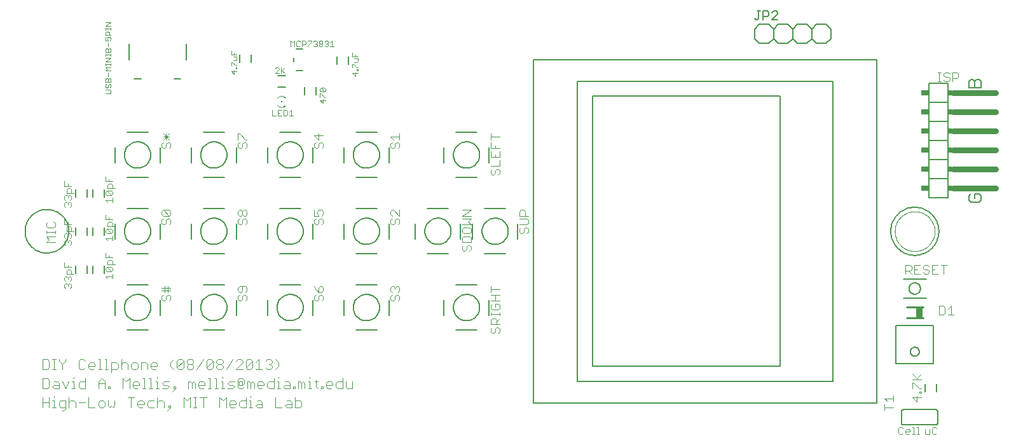
<source format=gto>
G75*
G70*
%OFA0B0*%
%FSLAX24Y24*%
%IPPOS*%
%LPD*%
%AMOC8*
5,1,8,0,0,1.08239X$1,22.5*
%
%ADD10C,0.0040*%
%ADD11C,0.0060*%
%ADD12C,0.0030*%
%ADD13C,0.0050*%
%ADD14C,0.0100*%
%ADD15R,0.0354X0.0531*%
%ADD16C,0.0080*%
%ADD17C,0.0300*%
%ADD18R,0.0200X0.0300*%
%ADD19R,0.0400X0.0300*%
%ADD20C,0.0020*%
%ADD21R,0.0079X0.0079*%
%ADD22R,0.0059X0.0098*%
D10*
X002903Y002277D02*
X002990Y002277D01*
X003076Y002363D01*
X003076Y002797D01*
X002816Y002797D01*
X002729Y002710D01*
X002729Y002537D01*
X002816Y002450D01*
X003076Y002450D01*
X003245Y002450D02*
X003245Y002970D01*
X003332Y002797D02*
X003505Y002797D01*
X003592Y002710D01*
X003592Y002450D01*
X003761Y002710D02*
X004108Y002710D01*
X004276Y002450D02*
X004623Y002450D01*
X004792Y002537D02*
X004792Y002710D01*
X004879Y002797D01*
X005052Y002797D01*
X005139Y002710D01*
X005139Y002537D01*
X005052Y002450D01*
X004879Y002450D01*
X004792Y002537D01*
X005308Y002537D02*
X005308Y002797D01*
X005308Y002537D02*
X005394Y002450D01*
X005481Y002537D01*
X005568Y002450D01*
X005655Y002537D01*
X005655Y002797D01*
X006339Y002970D02*
X006686Y002970D01*
X006512Y002970D02*
X006512Y002450D01*
X006855Y002537D02*
X006855Y002710D01*
X006941Y002797D01*
X007115Y002797D01*
X007201Y002710D01*
X007201Y002623D01*
X006855Y002623D01*
X006855Y002537D02*
X006941Y002450D01*
X007115Y002450D01*
X007370Y002537D02*
X007370Y002710D01*
X007457Y002797D01*
X007717Y002797D01*
X007886Y002710D02*
X007973Y002797D01*
X008146Y002797D01*
X008233Y002710D01*
X008233Y002450D01*
X008401Y002277D02*
X008575Y002450D01*
X008488Y002450D01*
X008488Y002537D01*
X008575Y002537D01*
X008575Y002450D01*
X009261Y002450D02*
X009261Y002970D01*
X009434Y002797D01*
X009608Y002970D01*
X009608Y002450D01*
X009776Y002450D02*
X009950Y002450D01*
X009863Y002450D02*
X009863Y002970D01*
X009776Y002970D02*
X009950Y002970D01*
X010120Y002970D02*
X010467Y002970D01*
X010294Y002970D02*
X010294Y002450D01*
X011152Y002450D02*
X011152Y002970D01*
X011325Y002797D01*
X011498Y002970D01*
X011498Y002450D01*
X011667Y002537D02*
X011667Y002710D01*
X011754Y002797D01*
X011927Y002797D01*
X012014Y002710D01*
X012014Y002623D01*
X011667Y002623D01*
X011667Y002537D02*
X011754Y002450D01*
X011927Y002450D01*
X012183Y002537D02*
X012183Y002710D01*
X012270Y002797D01*
X012530Y002797D01*
X012698Y002797D02*
X012785Y002797D01*
X012785Y002450D01*
X012698Y002450D02*
X012872Y002450D01*
X013042Y002537D02*
X013129Y002623D01*
X013389Y002623D01*
X013389Y002710D02*
X013389Y002450D01*
X013129Y002450D01*
X013042Y002537D01*
X013129Y002797D02*
X013302Y002797D01*
X013389Y002710D01*
X012785Y002970D02*
X012785Y003057D01*
X012530Y002970D02*
X012530Y002450D01*
X012270Y002450D01*
X012183Y002537D01*
X012184Y003450D02*
X012097Y003537D01*
X012097Y003884D01*
X012184Y003970D01*
X012357Y003970D01*
X012444Y003884D01*
X012444Y003710D01*
X012357Y003623D01*
X012357Y003797D01*
X012184Y003797D01*
X012184Y003623D01*
X012357Y003623D01*
X012444Y003537D02*
X012357Y003450D01*
X012184Y003450D01*
X011928Y003537D02*
X011841Y003623D01*
X011668Y003623D01*
X011581Y003710D01*
X011668Y003797D01*
X011928Y003797D01*
X011928Y003537D02*
X011841Y003450D01*
X011581Y003450D01*
X011411Y003450D02*
X011237Y003450D01*
X011324Y003450D02*
X011324Y003797D01*
X011237Y003797D01*
X011324Y003970D02*
X011324Y004057D01*
X010980Y003970D02*
X010894Y003970D01*
X010980Y003970D02*
X010980Y003450D01*
X010894Y003450D02*
X011067Y003450D01*
X010723Y003450D02*
X010550Y003450D01*
X010637Y003450D02*
X010637Y003970D01*
X010550Y003970D01*
X010295Y003797D02*
X010381Y003710D01*
X010381Y003623D01*
X010034Y003623D01*
X010034Y003537D02*
X010034Y003710D01*
X010121Y003797D01*
X010295Y003797D01*
X010034Y003537D02*
X010121Y003450D01*
X010295Y003450D01*
X009866Y003450D02*
X009866Y003710D01*
X009779Y003797D01*
X009692Y003710D01*
X009692Y003450D01*
X009519Y003450D02*
X009519Y003797D01*
X009605Y003797D01*
X009692Y003710D01*
X008833Y003537D02*
X008833Y003450D01*
X008746Y003450D01*
X008746Y003537D01*
X008833Y003537D01*
X008833Y003450D02*
X008659Y003277D01*
X008404Y003450D02*
X008144Y003450D01*
X007973Y003450D02*
X007800Y003450D01*
X007887Y003450D02*
X007887Y003797D01*
X007800Y003797D01*
X007887Y003970D02*
X007887Y004057D01*
X007543Y003970D02*
X007543Y003450D01*
X007456Y003450D02*
X007630Y003450D01*
X007286Y003450D02*
X007112Y003450D01*
X007199Y003450D02*
X007199Y003970D01*
X007112Y003970D01*
X006857Y003797D02*
X006944Y003710D01*
X006944Y003623D01*
X006597Y003623D01*
X006597Y003537D02*
X006597Y003710D01*
X006683Y003797D01*
X006857Y003797D01*
X006597Y003537D02*
X006683Y003450D01*
X006857Y003450D01*
X006428Y003450D02*
X006428Y003970D01*
X006255Y003797D01*
X006081Y003970D01*
X006081Y003450D01*
X005394Y003450D02*
X005394Y003537D01*
X005308Y003537D01*
X005308Y003450D01*
X005394Y003450D01*
X005139Y003450D02*
X005139Y003797D01*
X004965Y003970D01*
X004792Y003797D01*
X004792Y003450D01*
X004792Y003710D02*
X005139Y003710D01*
X004108Y003797D02*
X003847Y003797D01*
X003761Y003710D01*
X003761Y003537D01*
X003847Y003450D01*
X004108Y003450D01*
X004108Y003970D01*
X003504Y003970D02*
X003504Y004057D01*
X003504Y003797D02*
X003504Y003450D01*
X003590Y003450D02*
X003417Y003450D01*
X003075Y003450D02*
X003248Y003797D01*
X003417Y003797D02*
X003504Y003797D01*
X003075Y003450D02*
X002901Y003797D01*
X002733Y003710D02*
X002646Y003797D01*
X002472Y003797D01*
X002472Y003623D02*
X002733Y003623D01*
X002733Y003710D02*
X002733Y003450D01*
X002472Y003450D01*
X002386Y003537D01*
X002472Y003623D01*
X002217Y003537D02*
X002217Y003884D01*
X002130Y003970D01*
X001870Y003970D01*
X001870Y003450D01*
X002130Y003450D01*
X002217Y003537D01*
X002472Y003057D02*
X002472Y002970D01*
X002472Y002797D02*
X002472Y002450D01*
X002386Y002450D02*
X002559Y002450D01*
X002217Y002450D02*
X002217Y002970D01*
X002386Y002797D02*
X002472Y002797D01*
X002217Y002710D02*
X001870Y002710D01*
X001870Y002450D02*
X001870Y002970D01*
X003245Y002710D02*
X003332Y002797D01*
X004276Y002970D02*
X004276Y002450D01*
X007370Y002537D02*
X007457Y002450D01*
X007717Y002450D01*
X007886Y002450D02*
X007886Y002970D01*
X008404Y003450D02*
X008491Y003537D01*
X008404Y003623D01*
X008230Y003623D01*
X008144Y003710D01*
X008230Y003797D01*
X008491Y003797D01*
X008747Y004450D02*
X008573Y004623D01*
X008573Y004797D01*
X008747Y004970D01*
X008917Y004884D02*
X009004Y004970D01*
X009177Y004970D01*
X009264Y004884D01*
X008917Y004537D01*
X009004Y004450D01*
X009177Y004450D01*
X009264Y004537D01*
X009264Y004884D01*
X009433Y004884D02*
X009519Y004970D01*
X009693Y004970D01*
X009780Y004884D01*
X009780Y004797D01*
X009693Y004710D01*
X009519Y004710D01*
X009433Y004797D01*
X009433Y004884D01*
X009519Y004710D02*
X009433Y004623D01*
X009433Y004537D01*
X009519Y004450D01*
X009693Y004450D01*
X009780Y004537D01*
X009780Y004623D01*
X009693Y004710D01*
X009948Y004450D02*
X010295Y004970D01*
X010464Y004884D02*
X010551Y004970D01*
X010724Y004970D01*
X010811Y004884D01*
X010464Y004537D01*
X010551Y004450D01*
X010724Y004450D01*
X010811Y004537D01*
X010811Y004884D01*
X010980Y004884D02*
X011066Y004970D01*
X011240Y004970D01*
X011327Y004884D01*
X011327Y004797D01*
X011240Y004710D01*
X011066Y004710D01*
X010980Y004797D01*
X010980Y004884D01*
X011066Y004710D02*
X010980Y004623D01*
X010980Y004537D01*
X011066Y004450D01*
X011240Y004450D01*
X011327Y004537D01*
X011327Y004623D01*
X011240Y004710D01*
X011495Y004450D02*
X011842Y004970D01*
X012011Y004884D02*
X012098Y004970D01*
X012271Y004970D01*
X012358Y004884D01*
X012358Y004797D01*
X012011Y004450D01*
X012358Y004450D01*
X012527Y004537D02*
X012874Y004884D01*
X012874Y004537D01*
X012787Y004450D01*
X012613Y004450D01*
X012527Y004537D01*
X012527Y004884D01*
X012613Y004970D01*
X012787Y004970D01*
X012874Y004884D01*
X013042Y004797D02*
X013216Y004970D01*
X013216Y004450D01*
X013389Y004450D02*
X013042Y004450D01*
X013558Y004537D02*
X013645Y004450D01*
X013818Y004450D01*
X013905Y004537D01*
X013905Y004623D01*
X013818Y004710D01*
X013731Y004710D01*
X013818Y004710D02*
X013905Y004797D01*
X013905Y004884D01*
X013818Y004970D01*
X013645Y004970D01*
X013558Y004884D01*
X014073Y004970D02*
X014247Y004797D01*
X014247Y004623D01*
X014073Y004450D01*
X014246Y004057D02*
X014246Y003970D01*
X014246Y003797D02*
X014246Y003450D01*
X014159Y003450D02*
X014333Y003450D01*
X014503Y003537D02*
X014590Y003623D01*
X014850Y003623D01*
X014850Y003710D02*
X014850Y003450D01*
X014590Y003450D01*
X014503Y003537D01*
X014590Y003797D02*
X014763Y003797D01*
X014850Y003710D01*
X015019Y003537D02*
X015106Y003537D01*
X015106Y003450D01*
X015019Y003450D01*
X015019Y003537D01*
X015277Y003450D02*
X015277Y003797D01*
X015363Y003797D01*
X015450Y003710D01*
X015537Y003797D01*
X015624Y003710D01*
X015624Y003450D01*
X015792Y003450D02*
X015966Y003450D01*
X015879Y003450D02*
X015879Y003797D01*
X015792Y003797D01*
X015879Y003970D02*
X015879Y004057D01*
X016136Y003797D02*
X016310Y003797D01*
X016223Y003884D02*
X016223Y003537D01*
X016310Y003450D01*
X016480Y003450D02*
X016567Y003450D01*
X016567Y003537D01*
X016480Y003537D01*
X016480Y003450D01*
X016738Y003537D02*
X016738Y003710D01*
X016824Y003797D01*
X016998Y003797D01*
X017085Y003710D01*
X017085Y003623D01*
X016738Y003623D01*
X016738Y003537D02*
X016824Y003450D01*
X016998Y003450D01*
X017253Y003537D02*
X017253Y003710D01*
X017340Y003797D01*
X017600Y003797D01*
X017769Y003797D02*
X017769Y003537D01*
X017856Y003450D01*
X018116Y003450D01*
X018116Y003797D01*
X017600Y003970D02*
X017600Y003450D01*
X017340Y003450D01*
X017253Y003537D01*
X015450Y003450D02*
X015450Y003710D01*
X014246Y003797D02*
X014159Y003797D01*
X013991Y003797D02*
X013731Y003797D01*
X013644Y003710D01*
X013644Y003537D01*
X013731Y003450D01*
X013991Y003450D01*
X013991Y003970D01*
X013475Y003710D02*
X013475Y003623D01*
X013128Y003623D01*
X013128Y003537D02*
X013128Y003710D01*
X013215Y003797D01*
X013388Y003797D01*
X013475Y003710D01*
X013388Y003450D02*
X013215Y003450D01*
X013128Y003537D01*
X012959Y003450D02*
X012959Y003710D01*
X012873Y003797D01*
X012786Y003710D01*
X012786Y003450D01*
X012612Y003450D02*
X012612Y003797D01*
X012699Y003797D01*
X012786Y003710D01*
X014073Y002970D02*
X014073Y002450D01*
X014420Y002450D01*
X014589Y002537D02*
X014676Y002623D01*
X014936Y002623D01*
X014936Y002710D02*
X014936Y002450D01*
X014676Y002450D01*
X014589Y002537D01*
X014676Y002797D02*
X014849Y002797D01*
X014936Y002710D01*
X015105Y002797D02*
X015365Y002797D01*
X015452Y002710D01*
X015452Y002537D01*
X015365Y002450D01*
X015105Y002450D01*
X015105Y002970D01*
X010464Y004537D02*
X010464Y004884D01*
X008917Y004884D02*
X008917Y004537D01*
X007889Y004623D02*
X007542Y004623D01*
X007542Y004537D02*
X007542Y004710D01*
X007629Y004797D01*
X007802Y004797D01*
X007889Y004710D01*
X007889Y004623D01*
X007802Y004450D02*
X007629Y004450D01*
X007542Y004537D01*
X007373Y004450D02*
X007373Y004710D01*
X007287Y004797D01*
X007026Y004797D01*
X007026Y004450D01*
X006858Y004537D02*
X006858Y004710D01*
X006771Y004797D01*
X006597Y004797D01*
X006511Y004710D01*
X006511Y004537D01*
X006597Y004450D01*
X006771Y004450D01*
X006858Y004537D01*
X006342Y004450D02*
X006342Y004710D01*
X006255Y004797D01*
X006082Y004797D01*
X005995Y004710D01*
X005826Y004710D02*
X005826Y004537D01*
X005740Y004450D01*
X005479Y004450D01*
X005309Y004450D02*
X005136Y004450D01*
X005222Y004450D02*
X005222Y004970D01*
X005136Y004970D01*
X004879Y004970D02*
X004879Y004450D01*
X004965Y004450D02*
X004792Y004450D01*
X004623Y004623D02*
X004276Y004623D01*
X004276Y004537D02*
X004276Y004710D01*
X004363Y004797D01*
X004537Y004797D01*
X004623Y004710D01*
X004623Y004623D01*
X004537Y004450D02*
X004363Y004450D01*
X004276Y004537D01*
X004108Y004537D02*
X004021Y004450D01*
X003847Y004450D01*
X003761Y004537D01*
X003761Y004884D01*
X003847Y004970D01*
X004021Y004970D01*
X004108Y004884D01*
X004792Y004970D02*
X004879Y004970D01*
X005479Y004797D02*
X005740Y004797D01*
X005826Y004710D01*
X005995Y004970D02*
X005995Y004450D01*
X005479Y004277D02*
X005479Y004797D01*
X007456Y003970D02*
X007543Y003970D01*
X003076Y004884D02*
X003076Y004970D01*
X003076Y004884D02*
X002903Y004710D01*
X002903Y004450D01*
X002559Y004450D02*
X002386Y004450D01*
X002472Y004450D02*
X002472Y004970D01*
X002386Y004970D02*
X002559Y004970D01*
X002729Y004970D02*
X002729Y004884D01*
X002903Y004710D01*
X002217Y004537D02*
X002217Y004884D01*
X002130Y004970D01*
X001870Y004970D01*
X001870Y004450D01*
X002130Y004450D01*
X002217Y004537D01*
X008120Y008106D02*
X008196Y008029D01*
X008273Y008029D01*
X008350Y008106D01*
X008350Y008259D01*
X008427Y008336D01*
X008503Y008336D01*
X008580Y008259D01*
X008580Y008106D01*
X008503Y008029D01*
X008120Y008106D02*
X008120Y008259D01*
X008196Y008336D01*
X008273Y008490D02*
X008273Y008720D01*
X008273Y008797D01*
X008427Y008797D02*
X008427Y008490D01*
X008580Y008566D02*
X008120Y008566D01*
X008120Y008720D02*
X008580Y008720D01*
X012120Y008720D02*
X012120Y008566D01*
X012196Y008490D01*
X012273Y008490D01*
X012350Y008566D01*
X012350Y008797D01*
X012503Y008797D02*
X012196Y008797D01*
X012120Y008720D01*
X012503Y008797D02*
X012580Y008720D01*
X012580Y008566D01*
X012503Y008490D01*
X012503Y008336D02*
X012580Y008259D01*
X012580Y008106D01*
X012503Y008029D01*
X012350Y008106D02*
X012350Y008259D01*
X012427Y008336D01*
X012503Y008336D01*
X012350Y008106D02*
X012273Y008029D01*
X012196Y008029D01*
X012120Y008106D01*
X012120Y008259D01*
X012196Y008336D01*
X016120Y008259D02*
X016120Y008106D01*
X016196Y008029D01*
X016273Y008029D01*
X016350Y008106D01*
X016350Y008259D01*
X016427Y008336D01*
X016503Y008336D01*
X016580Y008259D01*
X016580Y008106D01*
X016503Y008029D01*
X016196Y008336D02*
X016120Y008259D01*
X016350Y008490D02*
X016350Y008720D01*
X016427Y008797D01*
X016503Y008797D01*
X016580Y008720D01*
X016580Y008566D01*
X016503Y008490D01*
X016350Y008490D01*
X016196Y008643D01*
X016120Y008797D01*
X020120Y008720D02*
X020120Y008566D01*
X020196Y008490D01*
X020196Y008336D02*
X020120Y008259D01*
X020120Y008106D01*
X020196Y008029D01*
X020273Y008029D01*
X020350Y008106D01*
X020350Y008259D01*
X020427Y008336D01*
X020503Y008336D01*
X020580Y008259D01*
X020580Y008106D01*
X020503Y008029D01*
X020503Y008490D02*
X020580Y008566D01*
X020580Y008720D01*
X020503Y008797D01*
X020427Y008797D01*
X020350Y008720D01*
X020350Y008643D01*
X020350Y008720D02*
X020273Y008797D01*
X020196Y008797D01*
X020120Y008720D01*
X023870Y010725D02*
X023946Y010648D01*
X024023Y010648D01*
X024100Y010725D01*
X024100Y010878D01*
X024177Y010955D01*
X024253Y010955D01*
X024330Y010878D01*
X024330Y010725D01*
X024253Y010648D01*
X023870Y010725D02*
X023870Y010878D01*
X023946Y010955D01*
X023870Y011108D02*
X023870Y011339D01*
X023946Y011415D01*
X024253Y011415D01*
X024330Y011339D01*
X024330Y011108D01*
X023870Y011108D01*
X023946Y011569D02*
X024253Y011569D01*
X024330Y011646D01*
X024330Y011799D01*
X024253Y011876D01*
X023946Y011876D01*
X023870Y011799D01*
X023870Y011646D01*
X023946Y011569D01*
X023870Y012029D02*
X024330Y012029D01*
X024177Y012183D01*
X024330Y012336D01*
X023870Y012336D01*
X023870Y012490D02*
X024330Y012797D01*
X023870Y012797D01*
X023870Y012490D02*
X024330Y012490D01*
X026870Y012490D02*
X026870Y012720D01*
X026946Y012797D01*
X027100Y012797D01*
X027177Y012720D01*
X027177Y012490D01*
X027330Y012490D02*
X026870Y012490D01*
X026870Y012336D02*
X027253Y012336D01*
X027330Y012259D01*
X027330Y012106D01*
X027253Y012029D01*
X026870Y012029D01*
X026946Y011876D02*
X026870Y011799D01*
X026870Y011646D01*
X026946Y011569D01*
X027023Y011569D01*
X027100Y011646D01*
X027100Y011799D01*
X027177Y011876D01*
X027253Y011876D01*
X027330Y011799D01*
X027330Y011646D01*
X027253Y011569D01*
X025370Y008797D02*
X025370Y008490D01*
X025370Y008643D02*
X025830Y008643D01*
X025830Y008336D02*
X025370Y008336D01*
X025600Y008336D02*
X025600Y008029D01*
X025600Y007876D02*
X025600Y007722D01*
X025600Y007876D02*
X025753Y007876D01*
X025830Y007799D01*
X025830Y007646D01*
X025753Y007569D01*
X025446Y007569D01*
X025370Y007646D01*
X025370Y007799D01*
X025446Y007876D01*
X025370Y008029D02*
X025830Y008029D01*
X025830Y007415D02*
X025830Y007262D01*
X025830Y007339D02*
X025370Y007339D01*
X025370Y007415D02*
X025370Y007262D01*
X025446Y007108D02*
X025600Y007108D01*
X025677Y007032D01*
X025677Y006801D01*
X025677Y006648D02*
X025753Y006648D01*
X025830Y006571D01*
X025830Y006418D01*
X025753Y006341D01*
X025600Y006418D02*
X025600Y006571D01*
X025677Y006648D01*
X025830Y006801D02*
X025370Y006801D01*
X025370Y007032D01*
X025446Y007108D01*
X025677Y006955D02*
X025830Y007108D01*
X025446Y006648D02*
X025370Y006571D01*
X025370Y006418D01*
X025446Y006341D01*
X025523Y006341D01*
X025600Y006418D01*
X020503Y012029D02*
X020580Y012106D01*
X020580Y012259D01*
X020503Y012336D01*
X020427Y012336D01*
X020350Y012259D01*
X020350Y012106D01*
X020273Y012029D01*
X020196Y012029D01*
X020120Y012106D01*
X020120Y012259D01*
X020196Y012336D01*
X020196Y012490D02*
X020120Y012566D01*
X020120Y012720D01*
X020196Y012797D01*
X020273Y012797D01*
X020580Y012490D01*
X020580Y012797D01*
X016580Y012720D02*
X016580Y012566D01*
X016503Y012490D01*
X016350Y012490D02*
X016273Y012643D01*
X016273Y012720D01*
X016350Y012797D01*
X016503Y012797D01*
X016580Y012720D01*
X016350Y012490D02*
X016120Y012490D01*
X016120Y012797D01*
X016196Y012336D02*
X016120Y012259D01*
X016120Y012106D01*
X016196Y012029D01*
X016273Y012029D01*
X016350Y012106D01*
X016350Y012259D01*
X016427Y012336D01*
X016503Y012336D01*
X016580Y012259D01*
X016580Y012106D01*
X016503Y012029D01*
X012580Y012106D02*
X012503Y012029D01*
X012580Y012106D02*
X012580Y012259D01*
X012503Y012336D01*
X012427Y012336D01*
X012350Y012259D01*
X012350Y012106D01*
X012273Y012029D01*
X012196Y012029D01*
X012120Y012106D01*
X012120Y012259D01*
X012196Y012336D01*
X012196Y012490D02*
X012273Y012490D01*
X012350Y012566D01*
X012350Y012720D01*
X012427Y012797D01*
X012503Y012797D01*
X012580Y012720D01*
X012580Y012566D01*
X012503Y012490D01*
X012427Y012490D01*
X012350Y012566D01*
X012350Y012720D02*
X012273Y012797D01*
X012196Y012797D01*
X012120Y012720D01*
X012120Y012566D01*
X012196Y012490D01*
X008580Y012566D02*
X008503Y012490D01*
X008196Y012797D01*
X008503Y012797D01*
X008580Y012720D01*
X008580Y012566D01*
X008503Y012490D02*
X008196Y012490D01*
X008120Y012566D01*
X008120Y012720D01*
X008196Y012797D01*
X008196Y012336D02*
X008120Y012259D01*
X008120Y012106D01*
X008196Y012029D01*
X008273Y012029D01*
X008350Y012106D01*
X008350Y012259D01*
X008427Y012336D01*
X008503Y012336D01*
X008580Y012259D01*
X008580Y012106D01*
X008503Y012029D01*
X002530Y011944D02*
X002530Y012098D01*
X002453Y012174D01*
X002530Y011944D02*
X002453Y011867D01*
X002146Y011867D01*
X002070Y011944D01*
X002070Y012098D01*
X002146Y012174D01*
X002070Y011714D02*
X002070Y011560D01*
X002070Y011637D02*
X002530Y011637D01*
X002530Y011560D02*
X002530Y011714D01*
X002530Y011407D02*
X002070Y011407D01*
X002223Y011253D01*
X002070Y011100D01*
X002530Y011100D01*
X008120Y016106D02*
X008196Y016029D01*
X008273Y016029D01*
X008350Y016106D01*
X008350Y016259D01*
X008427Y016336D01*
X008503Y016336D01*
X008580Y016259D01*
X008580Y016106D01*
X008503Y016029D01*
X008120Y016106D02*
X008120Y016259D01*
X008196Y016336D01*
X008196Y016490D02*
X008503Y016797D01*
X008350Y016797D02*
X008350Y016490D01*
X008503Y016490D02*
X008196Y016797D01*
X008196Y016643D02*
X008503Y016643D01*
X012120Y016490D02*
X012120Y016797D01*
X012196Y016797D01*
X012503Y016490D01*
X012580Y016490D01*
X012503Y016336D02*
X012580Y016259D01*
X012580Y016106D01*
X012503Y016029D01*
X012350Y016106D02*
X012350Y016259D01*
X012427Y016336D01*
X012503Y016336D01*
X012350Y016106D02*
X012273Y016029D01*
X012196Y016029D01*
X012120Y016106D01*
X012120Y016259D01*
X012196Y016336D01*
X016120Y016259D02*
X016120Y016106D01*
X016196Y016029D01*
X016273Y016029D01*
X016350Y016106D01*
X016350Y016259D01*
X016427Y016336D01*
X016503Y016336D01*
X016580Y016259D01*
X016580Y016106D01*
X016503Y016029D01*
X016196Y016336D02*
X016120Y016259D01*
X016350Y016490D02*
X016350Y016797D01*
X016580Y016720D02*
X016120Y016720D01*
X016350Y016490D01*
X020120Y016643D02*
X020580Y016643D01*
X020580Y016490D02*
X020580Y016797D01*
X020273Y016490D02*
X020120Y016643D01*
X020196Y016336D02*
X020120Y016259D01*
X020120Y016106D01*
X020196Y016029D01*
X020273Y016029D01*
X020350Y016106D01*
X020350Y016259D01*
X020427Y016336D01*
X020503Y016336D01*
X020580Y016259D01*
X020580Y016106D01*
X020503Y016029D01*
X025370Y016029D02*
X025370Y016336D01*
X025370Y016490D02*
X025370Y016797D01*
X025370Y016643D02*
X025830Y016643D01*
X025600Y016183D02*
X025600Y016029D01*
X025830Y016029D02*
X025370Y016029D01*
X025370Y015876D02*
X025370Y015569D01*
X025830Y015569D01*
X025830Y015876D01*
X025600Y015722D02*
X025600Y015569D01*
X025830Y015415D02*
X025830Y015108D01*
X025370Y015108D01*
X025446Y014955D02*
X025370Y014878D01*
X025370Y014725D01*
X025446Y014648D01*
X025523Y014648D01*
X025600Y014725D01*
X025600Y014878D01*
X025677Y014955D01*
X025753Y014955D01*
X025830Y014878D01*
X025830Y014725D01*
X025753Y014648D01*
X014617Y018283D02*
X014594Y018260D01*
X014568Y018240D01*
X014540Y018223D01*
X014511Y018209D01*
X014480Y018198D01*
X014449Y018191D01*
X014416Y018187D01*
X014384Y018187D01*
X014351Y018191D01*
X014320Y018198D01*
X014289Y018209D01*
X014260Y018223D01*
X014232Y018240D01*
X014206Y018260D01*
X014183Y018283D01*
X014183Y018677D02*
X014206Y018700D01*
X014232Y018720D01*
X014260Y018737D01*
X014289Y018751D01*
X014320Y018762D01*
X014351Y018769D01*
X014384Y018773D01*
X014416Y018773D01*
X014449Y018769D01*
X014480Y018762D01*
X014511Y018751D01*
X014540Y018737D01*
X014568Y018720D01*
X014594Y018700D01*
X014617Y018677D01*
X047120Y009910D02*
X047120Y009450D01*
X047120Y009603D02*
X047350Y009603D01*
X047427Y009680D01*
X047427Y009834D01*
X047350Y009910D01*
X047120Y009910D01*
X047580Y009910D02*
X047580Y009450D01*
X047887Y009450D01*
X048041Y009527D02*
X048118Y009450D01*
X048271Y009450D01*
X048348Y009527D01*
X048348Y009603D01*
X048271Y009680D01*
X048118Y009680D01*
X048041Y009757D01*
X048041Y009834D01*
X048118Y009910D01*
X048271Y009910D01*
X048348Y009834D01*
X048501Y009910D02*
X048501Y009450D01*
X048808Y009450D01*
X048655Y009680D02*
X048501Y009680D01*
X048501Y009910D02*
X048808Y009910D01*
X048962Y009910D02*
X049268Y009910D01*
X049115Y009910D02*
X049115Y009450D01*
X047887Y009910D02*
X047580Y009910D01*
X047580Y009680D02*
X047734Y009680D01*
X047427Y009450D02*
X047273Y009603D01*
X048882Y007767D02*
X049112Y007767D01*
X049189Y007690D01*
X049189Y007383D01*
X049112Y007306D01*
X048882Y007306D01*
X048882Y007767D01*
X049343Y007613D02*
X049496Y007767D01*
X049496Y007306D01*
X049343Y007306D02*
X049650Y007306D01*
X047930Y004208D02*
X047700Y003978D01*
X047777Y003901D02*
X047470Y004208D01*
X047470Y003901D02*
X047930Y003901D01*
X047546Y003748D02*
X047853Y003441D01*
X047930Y003441D01*
X047930Y003287D02*
X047930Y003210D01*
X047853Y003210D01*
X047853Y003287D01*
X047930Y003287D01*
X047930Y002980D02*
X047470Y002980D01*
X047700Y002750D01*
X047700Y003057D01*
X047470Y003441D02*
X047470Y003748D01*
X047546Y003748D01*
X046480Y003067D02*
X046480Y002760D01*
X046480Y002914D02*
X046020Y002914D01*
X046173Y002760D01*
X046020Y002607D02*
X046020Y002300D01*
X046020Y002453D02*
X046480Y002453D01*
X048813Y019544D02*
X048966Y019544D01*
X048889Y019544D02*
X048889Y020004D01*
X048813Y020004D02*
X048966Y020004D01*
X049119Y019927D02*
X049119Y019851D01*
X049196Y019774D01*
X049350Y019774D01*
X049426Y019697D01*
X049426Y019620D01*
X049350Y019544D01*
X049196Y019544D01*
X049119Y019620D01*
X049119Y019927D02*
X049196Y020004D01*
X049350Y020004D01*
X049426Y019927D01*
X049580Y020004D02*
X049580Y019544D01*
X049580Y019697D02*
X049810Y019697D01*
X049887Y019774D01*
X049887Y019927D01*
X049810Y020004D01*
X049580Y020004D01*
D11*
X050429Y019530D02*
X050536Y019637D01*
X050643Y019637D01*
X050750Y019530D01*
X050750Y019210D01*
X051070Y019210D02*
X050429Y019210D01*
X050429Y019530D01*
X050750Y019530D02*
X050856Y019637D01*
X050963Y019637D01*
X051070Y019530D01*
X051070Y019210D01*
X049350Y019430D02*
X049350Y018430D01*
X049350Y017430D01*
X049350Y016430D01*
X049350Y015430D01*
X049350Y014430D01*
X049350Y013430D01*
X048350Y013430D01*
X048350Y014430D01*
X049350Y014430D01*
X048350Y014430D02*
X048350Y015430D01*
X049350Y015430D01*
X048350Y015430D02*
X048350Y016430D01*
X049350Y016430D01*
X048350Y016430D02*
X048350Y017430D01*
X049350Y017430D01*
X048350Y017430D02*
X048350Y018430D01*
X049350Y018430D01*
X048350Y018430D02*
X048350Y019430D01*
X049350Y019430D01*
X043200Y021780D02*
X043200Y022280D01*
X042950Y022530D01*
X042450Y022530D01*
X042200Y022280D01*
X042200Y021780D01*
X042450Y021530D01*
X042950Y021530D01*
X043200Y021780D01*
X042200Y021780D02*
X041950Y021530D01*
X041450Y021530D01*
X041200Y021780D01*
X040950Y021530D01*
X040450Y021530D01*
X040200Y021780D01*
X039950Y021530D01*
X039450Y021530D01*
X039200Y021780D01*
X039200Y022280D01*
X039450Y022530D01*
X039950Y022530D01*
X040200Y022280D01*
X040450Y022530D01*
X040950Y022530D01*
X041200Y022280D01*
X041200Y021780D01*
X041200Y022280D02*
X041450Y022530D01*
X041950Y022530D01*
X042200Y022280D01*
X040200Y022280D02*
X040200Y021780D01*
X050429Y013530D02*
X050429Y013317D01*
X050536Y013210D01*
X050963Y013210D01*
X051070Y013317D01*
X051070Y013530D01*
X050963Y013637D01*
X050750Y013637D01*
X050750Y013424D01*
X050536Y013637D02*
X050429Y013530D01*
X048700Y002330D02*
X047000Y002330D01*
X046983Y002328D01*
X046966Y002324D01*
X046950Y002317D01*
X046936Y002307D01*
X046923Y002294D01*
X046913Y002280D01*
X046906Y002264D01*
X046902Y002247D01*
X046900Y002230D01*
X046900Y001630D01*
X046902Y001613D01*
X046906Y001596D01*
X046913Y001580D01*
X046923Y001566D01*
X046936Y001553D01*
X046950Y001543D01*
X046966Y001536D01*
X046983Y001532D01*
X047000Y001530D01*
X048700Y001530D01*
X048717Y001532D01*
X048734Y001536D01*
X048750Y001543D01*
X048764Y001553D01*
X048777Y001566D01*
X048787Y001580D01*
X048794Y001596D01*
X048798Y001613D01*
X048800Y001630D01*
X048800Y002230D01*
X048798Y002247D01*
X048794Y002264D01*
X048787Y002280D01*
X048777Y002294D01*
X048764Y002307D01*
X048750Y002317D01*
X048734Y002324D01*
X048717Y002328D01*
X048700Y002330D01*
D12*
X048682Y001415D02*
X048558Y001415D01*
X048497Y001354D01*
X048497Y001107D01*
X048558Y001045D01*
X048682Y001045D01*
X048744Y001107D01*
X048744Y001354D02*
X048682Y001415D01*
X048375Y001292D02*
X048375Y001045D01*
X048190Y001045D01*
X048128Y001107D01*
X048128Y001292D01*
X047781Y001415D02*
X047781Y001045D01*
X047719Y001045D02*
X047843Y001045D01*
X047597Y001045D02*
X047474Y001045D01*
X047536Y001045D02*
X047536Y001415D01*
X047474Y001415D01*
X047291Y001292D02*
X047352Y001230D01*
X047352Y001168D01*
X047106Y001168D01*
X047106Y001107D02*
X047106Y001230D01*
X047167Y001292D01*
X047291Y001292D01*
X047291Y001045D02*
X047167Y001045D01*
X047106Y001107D01*
X046984Y001107D02*
X046922Y001045D01*
X046799Y001045D01*
X046737Y001107D01*
X046737Y001354D01*
X046799Y001415D01*
X046922Y001415D01*
X046984Y001354D01*
X047719Y001415D02*
X047781Y001415D01*
X014992Y017745D02*
X014799Y017745D01*
X014896Y017745D02*
X014896Y018035D01*
X014799Y017938D01*
X014698Y017987D02*
X014649Y018035D01*
X014504Y018035D01*
X014504Y017745D01*
X014649Y017745D01*
X014698Y017793D01*
X014698Y017987D01*
X014403Y018035D02*
X014210Y018035D01*
X014210Y017745D01*
X014403Y017745D01*
X014306Y017890D02*
X014210Y017890D01*
X014108Y017745D02*
X013915Y017745D01*
X013915Y018035D01*
X016415Y018556D02*
X016560Y018411D01*
X016560Y018605D01*
X016657Y018706D02*
X016705Y018706D01*
X016657Y018706D02*
X016463Y018899D01*
X016415Y018899D01*
X016415Y018706D01*
X016415Y018556D02*
X016705Y018556D01*
X016657Y019000D02*
X016463Y019194D01*
X016657Y019194D01*
X016705Y019145D01*
X016705Y019049D01*
X016657Y019000D01*
X016463Y019000D01*
X016415Y019049D01*
X016415Y019145D01*
X016463Y019194D01*
X018115Y019964D02*
X018260Y019819D01*
X018260Y020013D01*
X018357Y020114D02*
X018357Y020162D01*
X018405Y020162D01*
X018405Y020114D01*
X018357Y020114D01*
X018357Y020261D02*
X018163Y020455D01*
X018115Y020455D01*
X018115Y020261D01*
X018357Y020261D02*
X018405Y020261D01*
X018357Y020556D02*
X018212Y020556D01*
X018357Y020556D02*
X018405Y020604D01*
X018405Y020749D01*
X018212Y020749D01*
X018260Y020850D02*
X018260Y020947D01*
X018405Y020850D02*
X018115Y020850D01*
X018115Y021044D01*
X017146Y021370D02*
X016953Y021370D01*
X017049Y021370D02*
X017049Y021660D01*
X016953Y021563D01*
X016851Y021563D02*
X016803Y021515D01*
X016851Y021467D01*
X016851Y021418D01*
X016803Y021370D01*
X016706Y021370D01*
X016658Y021418D01*
X016557Y021418D02*
X016508Y021370D01*
X016412Y021370D01*
X016363Y021418D01*
X016363Y021467D01*
X016412Y021515D01*
X016508Y021515D01*
X016557Y021467D01*
X016557Y021418D01*
X016508Y021515D02*
X016557Y021563D01*
X016557Y021612D01*
X016508Y021660D01*
X016412Y021660D01*
X016363Y021612D01*
X016363Y021563D01*
X016412Y021515D01*
X016262Y021467D02*
X016262Y021418D01*
X016214Y021370D01*
X016117Y021370D01*
X016069Y021418D01*
X016165Y021515D02*
X016214Y021515D01*
X016262Y021467D01*
X016214Y021515D02*
X016262Y021563D01*
X016262Y021612D01*
X016214Y021660D01*
X016117Y021660D01*
X016069Y021612D01*
X015967Y021612D02*
X015774Y021418D01*
X015774Y021370D01*
X015673Y021515D02*
X015624Y021467D01*
X015479Y021467D01*
X015479Y021370D02*
X015479Y021660D01*
X015624Y021660D01*
X015673Y021612D01*
X015673Y021515D01*
X015774Y021660D02*
X015967Y021660D01*
X015967Y021612D01*
X015378Y021612D02*
X015330Y021660D01*
X015233Y021660D01*
X015185Y021612D01*
X015185Y021418D01*
X015233Y021370D01*
X015330Y021370D01*
X015378Y021418D01*
X015083Y021370D02*
X015083Y021660D01*
X014987Y021563D01*
X014890Y021660D01*
X014890Y021370D01*
X016658Y021612D02*
X016706Y021660D01*
X016803Y021660D01*
X016851Y021612D01*
X016851Y021563D01*
X016803Y021515D02*
X016755Y021515D01*
X014564Y020265D02*
X014370Y020072D01*
X014419Y020120D02*
X014564Y019975D01*
X014370Y019975D02*
X014370Y020265D01*
X014269Y020217D02*
X014221Y020265D01*
X014124Y020265D01*
X014076Y020217D01*
X014269Y020217D02*
X014269Y020168D01*
X014076Y019975D01*
X014269Y019975D01*
X012055Y020064D02*
X011765Y020064D01*
X011910Y019919D01*
X011910Y020113D01*
X012007Y020214D02*
X012007Y020262D01*
X012055Y020262D01*
X012055Y020214D01*
X012007Y020214D01*
X012007Y020361D02*
X012055Y020361D01*
X012007Y020361D02*
X011813Y020555D01*
X011765Y020555D01*
X011765Y020361D01*
X011862Y020656D02*
X012007Y020656D01*
X012055Y020704D01*
X012055Y020849D01*
X011862Y020849D01*
X011910Y020950D02*
X011910Y021047D01*
X012055Y020950D02*
X011765Y020950D01*
X011765Y021144D01*
X005455Y021220D02*
X005455Y021075D01*
X005165Y021075D01*
X005165Y021220D01*
X005213Y021269D01*
X005262Y021269D01*
X005310Y021220D01*
X005310Y021075D01*
X005310Y021220D02*
X005358Y021269D01*
X005407Y021269D01*
X005455Y021220D01*
X005310Y021370D02*
X005310Y021563D01*
X005310Y021665D02*
X005165Y021665D01*
X005165Y021858D01*
X005165Y021959D02*
X005165Y022104D01*
X005213Y022153D01*
X005310Y022153D01*
X005358Y022104D01*
X005358Y021959D01*
X005455Y021959D02*
X005165Y021959D01*
X005310Y021858D02*
X005407Y021858D01*
X005455Y021810D01*
X005455Y021713D01*
X005407Y021665D01*
X005310Y021665D02*
X005262Y021761D01*
X005262Y021810D01*
X005310Y021858D01*
X005455Y022254D02*
X005455Y022351D01*
X005455Y022302D02*
X005165Y022302D01*
X005165Y022254D02*
X005165Y022351D01*
X005165Y022450D02*
X005455Y022644D01*
X005165Y022644D01*
X005165Y022450D02*
X005455Y022450D01*
X005455Y020976D02*
X005455Y020879D01*
X005455Y020927D02*
X005165Y020927D01*
X005165Y020879D02*
X005165Y020976D01*
X005165Y020778D02*
X005455Y020778D01*
X005165Y020584D01*
X005455Y020584D01*
X005455Y020485D02*
X005455Y020388D01*
X005455Y020436D02*
X005165Y020436D01*
X005165Y020388D02*
X005165Y020485D01*
X005165Y020287D02*
X005455Y020287D01*
X005455Y020093D02*
X005165Y020093D01*
X005262Y020190D01*
X005165Y020287D01*
X005310Y019992D02*
X005310Y019798D01*
X005358Y019697D02*
X005407Y019697D01*
X005455Y019649D01*
X005455Y019504D01*
X005165Y019504D01*
X005165Y019649D01*
X005213Y019697D01*
X005262Y019697D01*
X005310Y019649D01*
X005310Y019504D01*
X005358Y019403D02*
X005407Y019403D01*
X005455Y019354D01*
X005455Y019258D01*
X005407Y019209D01*
X005407Y019108D02*
X005165Y019108D01*
X005213Y019209D02*
X005165Y019258D01*
X005165Y019354D01*
X005213Y019403D01*
X005310Y019354D02*
X005358Y019403D01*
X005310Y019354D02*
X005310Y019258D01*
X005262Y019209D01*
X005213Y019209D01*
X005407Y019108D02*
X005455Y019060D01*
X005455Y018963D01*
X005407Y018915D01*
X005165Y018915D01*
X005310Y019649D02*
X005358Y019697D01*
X005165Y014547D02*
X005165Y014300D01*
X005535Y014300D01*
X005473Y014179D02*
X005535Y014117D01*
X005535Y013932D01*
X005658Y013932D02*
X005288Y013932D01*
X005288Y014117D01*
X005350Y014179D01*
X005473Y014179D01*
X005350Y014300D02*
X005350Y014423D01*
X005473Y013810D02*
X005535Y013748D01*
X005535Y013625D01*
X005473Y013563D01*
X005226Y013810D01*
X005473Y013810D01*
X005226Y013810D02*
X005165Y013748D01*
X005165Y013625D01*
X005226Y013563D01*
X005473Y013563D01*
X005535Y013442D02*
X005535Y013195D01*
X005535Y013318D02*
X005165Y013318D01*
X005288Y013195D01*
X005165Y012547D02*
X005165Y012300D01*
X005535Y012300D01*
X005473Y012179D02*
X005535Y012117D01*
X005535Y011932D01*
X005658Y011932D02*
X005288Y011932D01*
X005288Y012117D01*
X005350Y012179D01*
X005473Y012179D01*
X005350Y012300D02*
X005350Y012423D01*
X005473Y011810D02*
X005535Y011748D01*
X005535Y011625D01*
X005473Y011563D01*
X005226Y011810D01*
X005473Y011810D01*
X005226Y011810D02*
X005165Y011748D01*
X005165Y011625D01*
X005226Y011563D01*
X005473Y011563D01*
X005535Y011442D02*
X005535Y011195D01*
X005535Y011318D02*
X005165Y011318D01*
X005288Y011195D01*
X005165Y010547D02*
X005165Y010300D01*
X005535Y010300D01*
X005473Y010179D02*
X005535Y010117D01*
X005535Y009932D01*
X005658Y009932D02*
X005288Y009932D01*
X005288Y010117D01*
X005350Y010179D01*
X005473Y010179D01*
X005350Y010300D02*
X005350Y010423D01*
X005473Y009810D02*
X005535Y009748D01*
X005535Y009625D01*
X005473Y009563D01*
X005226Y009810D01*
X005473Y009810D01*
X005226Y009810D02*
X005165Y009748D01*
X005165Y009625D01*
X005226Y009563D01*
X005473Y009563D01*
X005535Y009442D02*
X005535Y009195D01*
X005535Y009318D02*
X005165Y009318D01*
X005288Y009195D01*
X003508Y009432D02*
X003138Y009432D01*
X003138Y009617D01*
X003200Y009679D01*
X003323Y009679D01*
X003385Y009617D01*
X003385Y009432D01*
X003323Y009310D02*
X003385Y009248D01*
X003385Y009125D01*
X003323Y009063D01*
X003323Y008942D02*
X003385Y008880D01*
X003385Y008757D01*
X003323Y008695D01*
X003200Y008818D02*
X003200Y008880D01*
X003262Y008942D01*
X003323Y008942D01*
X003200Y008880D02*
X003138Y008942D01*
X003076Y008942D01*
X003015Y008880D01*
X003015Y008757D01*
X003076Y008695D01*
X003076Y009063D02*
X003015Y009125D01*
X003015Y009248D01*
X003076Y009310D01*
X003138Y009310D01*
X003200Y009248D01*
X003262Y009310D01*
X003323Y009310D01*
X003200Y009248D02*
X003200Y009187D01*
X003200Y009800D02*
X003200Y009923D01*
X003385Y009800D02*
X003015Y009800D01*
X003015Y010047D01*
X003076Y010945D02*
X003015Y011007D01*
X003015Y011130D01*
X003076Y011192D01*
X003138Y011192D01*
X003200Y011130D01*
X003262Y011192D01*
X003323Y011192D01*
X003385Y011130D01*
X003385Y011007D01*
X003323Y010945D01*
X003200Y011068D02*
X003200Y011130D01*
X003323Y011313D02*
X003385Y011375D01*
X003385Y011498D01*
X003323Y011560D01*
X003262Y011560D01*
X003200Y011498D01*
X003200Y011437D01*
X003200Y011498D02*
X003138Y011560D01*
X003076Y011560D01*
X003015Y011498D01*
X003015Y011375D01*
X003076Y011313D01*
X003138Y011682D02*
X003138Y011867D01*
X003200Y011929D01*
X003323Y011929D01*
X003385Y011867D01*
X003385Y011682D01*
X003508Y011682D02*
X003138Y011682D01*
X003200Y012050D02*
X003200Y012173D01*
X003385Y012050D02*
X003015Y012050D01*
X003015Y012297D01*
X003076Y012945D02*
X003015Y013007D01*
X003015Y013130D01*
X003076Y013192D01*
X003138Y013192D01*
X003200Y013130D01*
X003262Y013192D01*
X003323Y013192D01*
X003385Y013130D01*
X003385Y013007D01*
X003323Y012945D01*
X003200Y013068D02*
X003200Y013130D01*
X003323Y013313D02*
X003385Y013375D01*
X003385Y013498D01*
X003323Y013560D01*
X003262Y013560D01*
X003200Y013498D01*
X003200Y013437D01*
X003200Y013498D02*
X003138Y013560D01*
X003076Y013560D01*
X003015Y013498D01*
X003015Y013375D01*
X003076Y013313D01*
X003138Y013682D02*
X003138Y013867D01*
X003200Y013929D01*
X003323Y013929D01*
X003385Y013867D01*
X003385Y013682D01*
X003508Y013682D02*
X003138Y013682D01*
X003200Y014050D02*
X003200Y014173D01*
X003385Y014050D02*
X003015Y014050D01*
X003015Y014297D01*
X018115Y019964D02*
X018405Y019964D01*
D13*
X017900Y020430D02*
X017900Y020830D01*
X017300Y020830D02*
X017300Y020430D01*
X016200Y019230D02*
X016200Y018830D01*
X015600Y018830D02*
X015600Y019230D01*
X014600Y019230D02*
X014200Y019230D01*
X014200Y019830D02*
X014600Y019830D01*
X012800Y020530D02*
X012800Y020930D01*
X012200Y020930D02*
X012200Y020530D01*
X011401Y016861D02*
X010299Y016861D01*
X009669Y016074D02*
X009669Y015286D01*
X010161Y015680D02*
X010163Y015732D01*
X010169Y015784D01*
X010179Y015835D01*
X010192Y015885D01*
X010210Y015935D01*
X010231Y015982D01*
X010255Y016028D01*
X010284Y016072D01*
X010315Y016114D01*
X010349Y016153D01*
X010386Y016190D01*
X010426Y016223D01*
X010469Y016254D01*
X010513Y016281D01*
X010559Y016305D01*
X010608Y016325D01*
X010657Y016341D01*
X010708Y016354D01*
X010759Y016363D01*
X010811Y016368D01*
X010863Y016369D01*
X010915Y016366D01*
X010967Y016359D01*
X011018Y016348D01*
X011068Y016334D01*
X011117Y016315D01*
X011164Y016293D01*
X011209Y016268D01*
X011253Y016239D01*
X011294Y016207D01*
X011333Y016172D01*
X011368Y016134D01*
X011401Y016093D01*
X011431Y016051D01*
X011457Y016006D01*
X011480Y015959D01*
X011499Y015910D01*
X011515Y015860D01*
X011527Y015810D01*
X011535Y015758D01*
X011539Y015706D01*
X011539Y015654D01*
X011535Y015602D01*
X011527Y015550D01*
X011515Y015500D01*
X011499Y015450D01*
X011480Y015401D01*
X011457Y015354D01*
X011431Y015309D01*
X011401Y015267D01*
X011368Y015226D01*
X011333Y015188D01*
X011294Y015153D01*
X011253Y015121D01*
X011209Y015092D01*
X011164Y015067D01*
X011117Y015045D01*
X011068Y015026D01*
X011018Y015012D01*
X010967Y015001D01*
X010915Y014994D01*
X010863Y014991D01*
X010811Y014992D01*
X010759Y014997D01*
X010708Y015006D01*
X010657Y015019D01*
X010608Y015035D01*
X010559Y015055D01*
X010513Y015079D01*
X010469Y015106D01*
X010426Y015137D01*
X010386Y015170D01*
X010349Y015207D01*
X010315Y015246D01*
X010284Y015288D01*
X010255Y015332D01*
X010231Y015378D01*
X010210Y015425D01*
X010192Y015475D01*
X010179Y015525D01*
X010169Y015576D01*
X010163Y015628D01*
X010161Y015680D01*
X012031Y016074D02*
X012031Y015286D01*
X013669Y015286D02*
X013669Y016074D01*
X014161Y015680D02*
X014163Y015732D01*
X014169Y015784D01*
X014179Y015835D01*
X014192Y015885D01*
X014210Y015935D01*
X014231Y015982D01*
X014255Y016028D01*
X014284Y016072D01*
X014315Y016114D01*
X014349Y016153D01*
X014386Y016190D01*
X014426Y016223D01*
X014469Y016254D01*
X014513Y016281D01*
X014559Y016305D01*
X014608Y016325D01*
X014657Y016341D01*
X014708Y016354D01*
X014759Y016363D01*
X014811Y016368D01*
X014863Y016369D01*
X014915Y016366D01*
X014967Y016359D01*
X015018Y016348D01*
X015068Y016334D01*
X015117Y016315D01*
X015164Y016293D01*
X015209Y016268D01*
X015253Y016239D01*
X015294Y016207D01*
X015333Y016172D01*
X015368Y016134D01*
X015401Y016093D01*
X015431Y016051D01*
X015457Y016006D01*
X015480Y015959D01*
X015499Y015910D01*
X015515Y015860D01*
X015527Y015810D01*
X015535Y015758D01*
X015539Y015706D01*
X015539Y015654D01*
X015535Y015602D01*
X015527Y015550D01*
X015515Y015500D01*
X015499Y015450D01*
X015480Y015401D01*
X015457Y015354D01*
X015431Y015309D01*
X015401Y015267D01*
X015368Y015226D01*
X015333Y015188D01*
X015294Y015153D01*
X015253Y015121D01*
X015209Y015092D01*
X015164Y015067D01*
X015117Y015045D01*
X015068Y015026D01*
X015018Y015012D01*
X014967Y015001D01*
X014915Y014994D01*
X014863Y014991D01*
X014811Y014992D01*
X014759Y014997D01*
X014708Y015006D01*
X014657Y015019D01*
X014608Y015035D01*
X014559Y015055D01*
X014513Y015079D01*
X014469Y015106D01*
X014426Y015137D01*
X014386Y015170D01*
X014349Y015207D01*
X014315Y015246D01*
X014284Y015288D01*
X014255Y015332D01*
X014231Y015378D01*
X014210Y015425D01*
X014192Y015475D01*
X014179Y015525D01*
X014169Y015576D01*
X014163Y015628D01*
X014161Y015680D01*
X016031Y016074D02*
X016031Y015286D01*
X017669Y015286D02*
X017669Y016074D01*
X018299Y016861D02*
X019401Y016861D01*
X020031Y016074D02*
X020031Y015286D01*
X018161Y015680D02*
X018163Y015732D01*
X018169Y015784D01*
X018179Y015835D01*
X018192Y015885D01*
X018210Y015935D01*
X018231Y015982D01*
X018255Y016028D01*
X018284Y016072D01*
X018315Y016114D01*
X018349Y016153D01*
X018386Y016190D01*
X018426Y016223D01*
X018469Y016254D01*
X018513Y016281D01*
X018559Y016305D01*
X018608Y016325D01*
X018657Y016341D01*
X018708Y016354D01*
X018759Y016363D01*
X018811Y016368D01*
X018863Y016369D01*
X018915Y016366D01*
X018967Y016359D01*
X019018Y016348D01*
X019068Y016334D01*
X019117Y016315D01*
X019164Y016293D01*
X019209Y016268D01*
X019253Y016239D01*
X019294Y016207D01*
X019333Y016172D01*
X019368Y016134D01*
X019401Y016093D01*
X019431Y016051D01*
X019457Y016006D01*
X019480Y015959D01*
X019499Y015910D01*
X019515Y015860D01*
X019527Y015810D01*
X019535Y015758D01*
X019539Y015706D01*
X019539Y015654D01*
X019535Y015602D01*
X019527Y015550D01*
X019515Y015500D01*
X019499Y015450D01*
X019480Y015401D01*
X019457Y015354D01*
X019431Y015309D01*
X019401Y015267D01*
X019368Y015226D01*
X019333Y015188D01*
X019294Y015153D01*
X019253Y015121D01*
X019209Y015092D01*
X019164Y015067D01*
X019117Y015045D01*
X019068Y015026D01*
X019018Y015012D01*
X018967Y015001D01*
X018915Y014994D01*
X018863Y014991D01*
X018811Y014992D01*
X018759Y014997D01*
X018708Y015006D01*
X018657Y015019D01*
X018608Y015035D01*
X018559Y015055D01*
X018513Y015079D01*
X018469Y015106D01*
X018426Y015137D01*
X018386Y015170D01*
X018349Y015207D01*
X018315Y015246D01*
X018284Y015288D01*
X018255Y015332D01*
X018231Y015378D01*
X018210Y015425D01*
X018192Y015475D01*
X018179Y015525D01*
X018169Y015576D01*
X018163Y015628D01*
X018161Y015680D01*
X018299Y014499D02*
X019401Y014499D01*
X022919Y015286D02*
X022919Y016074D01*
X023549Y016861D02*
X024651Y016861D01*
X025281Y016074D02*
X025281Y015286D01*
X023411Y015680D02*
X023413Y015732D01*
X023419Y015784D01*
X023429Y015835D01*
X023442Y015885D01*
X023460Y015935D01*
X023481Y015982D01*
X023505Y016028D01*
X023534Y016072D01*
X023565Y016114D01*
X023599Y016153D01*
X023636Y016190D01*
X023676Y016223D01*
X023719Y016254D01*
X023763Y016281D01*
X023809Y016305D01*
X023858Y016325D01*
X023907Y016341D01*
X023958Y016354D01*
X024009Y016363D01*
X024061Y016368D01*
X024113Y016369D01*
X024165Y016366D01*
X024217Y016359D01*
X024268Y016348D01*
X024318Y016334D01*
X024367Y016315D01*
X024414Y016293D01*
X024459Y016268D01*
X024503Y016239D01*
X024544Y016207D01*
X024583Y016172D01*
X024618Y016134D01*
X024651Y016093D01*
X024681Y016051D01*
X024707Y016006D01*
X024730Y015959D01*
X024749Y015910D01*
X024765Y015860D01*
X024777Y015810D01*
X024785Y015758D01*
X024789Y015706D01*
X024789Y015654D01*
X024785Y015602D01*
X024777Y015550D01*
X024765Y015500D01*
X024749Y015450D01*
X024730Y015401D01*
X024707Y015354D01*
X024681Y015309D01*
X024651Y015267D01*
X024618Y015226D01*
X024583Y015188D01*
X024544Y015153D01*
X024503Y015121D01*
X024459Y015092D01*
X024414Y015067D01*
X024367Y015045D01*
X024318Y015026D01*
X024268Y015012D01*
X024217Y015001D01*
X024165Y014994D01*
X024113Y014991D01*
X024061Y014992D01*
X024009Y014997D01*
X023958Y015006D01*
X023907Y015019D01*
X023858Y015035D01*
X023809Y015055D01*
X023763Y015079D01*
X023719Y015106D01*
X023676Y015137D01*
X023636Y015170D01*
X023599Y015207D01*
X023565Y015246D01*
X023534Y015288D01*
X023505Y015332D01*
X023481Y015378D01*
X023460Y015425D01*
X023442Y015475D01*
X023429Y015525D01*
X023419Y015576D01*
X023413Y015628D01*
X023411Y015680D01*
X023549Y014499D02*
X024651Y014499D01*
X025049Y012861D02*
X026151Y012861D01*
X026781Y012074D02*
X026781Y011286D01*
X024911Y011680D02*
X024913Y011732D01*
X024919Y011784D01*
X024929Y011835D01*
X024942Y011885D01*
X024960Y011935D01*
X024981Y011982D01*
X025005Y012028D01*
X025034Y012072D01*
X025065Y012114D01*
X025099Y012153D01*
X025136Y012190D01*
X025176Y012223D01*
X025219Y012254D01*
X025263Y012281D01*
X025309Y012305D01*
X025358Y012325D01*
X025407Y012341D01*
X025458Y012354D01*
X025509Y012363D01*
X025561Y012368D01*
X025613Y012369D01*
X025665Y012366D01*
X025717Y012359D01*
X025768Y012348D01*
X025818Y012334D01*
X025867Y012315D01*
X025914Y012293D01*
X025959Y012268D01*
X026003Y012239D01*
X026044Y012207D01*
X026083Y012172D01*
X026118Y012134D01*
X026151Y012093D01*
X026181Y012051D01*
X026207Y012006D01*
X026230Y011959D01*
X026249Y011910D01*
X026265Y011860D01*
X026277Y011810D01*
X026285Y011758D01*
X026289Y011706D01*
X026289Y011654D01*
X026285Y011602D01*
X026277Y011550D01*
X026265Y011500D01*
X026249Y011450D01*
X026230Y011401D01*
X026207Y011354D01*
X026181Y011309D01*
X026151Y011267D01*
X026118Y011226D01*
X026083Y011188D01*
X026044Y011153D01*
X026003Y011121D01*
X025959Y011092D01*
X025914Y011067D01*
X025867Y011045D01*
X025818Y011026D01*
X025768Y011012D01*
X025717Y011001D01*
X025665Y010994D01*
X025613Y010991D01*
X025561Y010992D01*
X025509Y010997D01*
X025458Y011006D01*
X025407Y011019D01*
X025358Y011035D01*
X025309Y011055D01*
X025263Y011079D01*
X025219Y011106D01*
X025176Y011137D01*
X025136Y011170D01*
X025099Y011207D01*
X025065Y011246D01*
X025034Y011288D01*
X025005Y011332D01*
X024981Y011378D01*
X024960Y011425D01*
X024942Y011475D01*
X024929Y011525D01*
X024919Y011576D01*
X024913Y011628D01*
X024911Y011680D01*
X024419Y012074D02*
X024419Y011286D01*
X023781Y011286D02*
X023781Y012074D01*
X021911Y011680D02*
X021913Y011732D01*
X021919Y011784D01*
X021929Y011835D01*
X021942Y011885D01*
X021960Y011935D01*
X021981Y011982D01*
X022005Y012028D01*
X022034Y012072D01*
X022065Y012114D01*
X022099Y012153D01*
X022136Y012190D01*
X022176Y012223D01*
X022219Y012254D01*
X022263Y012281D01*
X022309Y012305D01*
X022358Y012325D01*
X022407Y012341D01*
X022458Y012354D01*
X022509Y012363D01*
X022561Y012368D01*
X022613Y012369D01*
X022665Y012366D01*
X022717Y012359D01*
X022768Y012348D01*
X022818Y012334D01*
X022867Y012315D01*
X022914Y012293D01*
X022959Y012268D01*
X023003Y012239D01*
X023044Y012207D01*
X023083Y012172D01*
X023118Y012134D01*
X023151Y012093D01*
X023181Y012051D01*
X023207Y012006D01*
X023230Y011959D01*
X023249Y011910D01*
X023265Y011860D01*
X023277Y011810D01*
X023285Y011758D01*
X023289Y011706D01*
X023289Y011654D01*
X023285Y011602D01*
X023277Y011550D01*
X023265Y011500D01*
X023249Y011450D01*
X023230Y011401D01*
X023207Y011354D01*
X023181Y011309D01*
X023151Y011267D01*
X023118Y011226D01*
X023083Y011188D01*
X023044Y011153D01*
X023003Y011121D01*
X022959Y011092D01*
X022914Y011067D01*
X022867Y011045D01*
X022818Y011026D01*
X022768Y011012D01*
X022717Y011001D01*
X022665Y010994D01*
X022613Y010991D01*
X022561Y010992D01*
X022509Y010997D01*
X022458Y011006D01*
X022407Y011019D01*
X022358Y011035D01*
X022309Y011055D01*
X022263Y011079D01*
X022219Y011106D01*
X022176Y011137D01*
X022136Y011170D01*
X022099Y011207D01*
X022065Y011246D01*
X022034Y011288D01*
X022005Y011332D01*
X021981Y011378D01*
X021960Y011425D01*
X021942Y011475D01*
X021929Y011525D01*
X021919Y011576D01*
X021913Y011628D01*
X021911Y011680D01*
X021419Y012074D02*
X021419Y011286D01*
X022049Y010499D02*
X023151Y010499D01*
X025049Y010499D02*
X026151Y010499D01*
X024651Y008861D02*
X023549Y008861D01*
X022919Y008074D02*
X022919Y007286D01*
X023549Y006499D02*
X024651Y006499D01*
X025281Y007286D02*
X025281Y008074D01*
X023411Y007680D02*
X023413Y007732D01*
X023419Y007784D01*
X023429Y007835D01*
X023442Y007885D01*
X023460Y007935D01*
X023481Y007982D01*
X023505Y008028D01*
X023534Y008072D01*
X023565Y008114D01*
X023599Y008153D01*
X023636Y008190D01*
X023676Y008223D01*
X023719Y008254D01*
X023763Y008281D01*
X023809Y008305D01*
X023858Y008325D01*
X023907Y008341D01*
X023958Y008354D01*
X024009Y008363D01*
X024061Y008368D01*
X024113Y008369D01*
X024165Y008366D01*
X024217Y008359D01*
X024268Y008348D01*
X024318Y008334D01*
X024367Y008315D01*
X024414Y008293D01*
X024459Y008268D01*
X024503Y008239D01*
X024544Y008207D01*
X024583Y008172D01*
X024618Y008134D01*
X024651Y008093D01*
X024681Y008051D01*
X024707Y008006D01*
X024730Y007959D01*
X024749Y007910D01*
X024765Y007860D01*
X024777Y007810D01*
X024785Y007758D01*
X024789Y007706D01*
X024789Y007654D01*
X024785Y007602D01*
X024777Y007550D01*
X024765Y007500D01*
X024749Y007450D01*
X024730Y007401D01*
X024707Y007354D01*
X024681Y007309D01*
X024651Y007267D01*
X024618Y007226D01*
X024583Y007188D01*
X024544Y007153D01*
X024503Y007121D01*
X024459Y007092D01*
X024414Y007067D01*
X024367Y007045D01*
X024318Y007026D01*
X024268Y007012D01*
X024217Y007001D01*
X024165Y006994D01*
X024113Y006991D01*
X024061Y006992D01*
X024009Y006997D01*
X023958Y007006D01*
X023907Y007019D01*
X023858Y007035D01*
X023809Y007055D01*
X023763Y007079D01*
X023719Y007106D01*
X023676Y007137D01*
X023636Y007170D01*
X023599Y007207D01*
X023565Y007246D01*
X023534Y007288D01*
X023505Y007332D01*
X023481Y007378D01*
X023460Y007425D01*
X023442Y007475D01*
X023429Y007525D01*
X023419Y007576D01*
X023413Y007628D01*
X023411Y007680D01*
X020031Y008074D02*
X020031Y007286D01*
X018161Y007680D02*
X018163Y007732D01*
X018169Y007784D01*
X018179Y007835D01*
X018192Y007885D01*
X018210Y007935D01*
X018231Y007982D01*
X018255Y008028D01*
X018284Y008072D01*
X018315Y008114D01*
X018349Y008153D01*
X018386Y008190D01*
X018426Y008223D01*
X018469Y008254D01*
X018513Y008281D01*
X018559Y008305D01*
X018608Y008325D01*
X018657Y008341D01*
X018708Y008354D01*
X018759Y008363D01*
X018811Y008368D01*
X018863Y008369D01*
X018915Y008366D01*
X018967Y008359D01*
X019018Y008348D01*
X019068Y008334D01*
X019117Y008315D01*
X019164Y008293D01*
X019209Y008268D01*
X019253Y008239D01*
X019294Y008207D01*
X019333Y008172D01*
X019368Y008134D01*
X019401Y008093D01*
X019431Y008051D01*
X019457Y008006D01*
X019480Y007959D01*
X019499Y007910D01*
X019515Y007860D01*
X019527Y007810D01*
X019535Y007758D01*
X019539Y007706D01*
X019539Y007654D01*
X019535Y007602D01*
X019527Y007550D01*
X019515Y007500D01*
X019499Y007450D01*
X019480Y007401D01*
X019457Y007354D01*
X019431Y007309D01*
X019401Y007267D01*
X019368Y007226D01*
X019333Y007188D01*
X019294Y007153D01*
X019253Y007121D01*
X019209Y007092D01*
X019164Y007067D01*
X019117Y007045D01*
X019068Y007026D01*
X019018Y007012D01*
X018967Y007001D01*
X018915Y006994D01*
X018863Y006991D01*
X018811Y006992D01*
X018759Y006997D01*
X018708Y007006D01*
X018657Y007019D01*
X018608Y007035D01*
X018559Y007055D01*
X018513Y007079D01*
X018469Y007106D01*
X018426Y007137D01*
X018386Y007170D01*
X018349Y007207D01*
X018315Y007246D01*
X018284Y007288D01*
X018255Y007332D01*
X018231Y007378D01*
X018210Y007425D01*
X018192Y007475D01*
X018179Y007525D01*
X018169Y007576D01*
X018163Y007628D01*
X018161Y007680D01*
X017669Y008074D02*
X017669Y007286D01*
X018299Y006499D02*
X019401Y006499D01*
X016031Y007286D02*
X016031Y008074D01*
X014161Y007680D02*
X014163Y007732D01*
X014169Y007784D01*
X014179Y007835D01*
X014192Y007885D01*
X014210Y007935D01*
X014231Y007982D01*
X014255Y008028D01*
X014284Y008072D01*
X014315Y008114D01*
X014349Y008153D01*
X014386Y008190D01*
X014426Y008223D01*
X014469Y008254D01*
X014513Y008281D01*
X014559Y008305D01*
X014608Y008325D01*
X014657Y008341D01*
X014708Y008354D01*
X014759Y008363D01*
X014811Y008368D01*
X014863Y008369D01*
X014915Y008366D01*
X014967Y008359D01*
X015018Y008348D01*
X015068Y008334D01*
X015117Y008315D01*
X015164Y008293D01*
X015209Y008268D01*
X015253Y008239D01*
X015294Y008207D01*
X015333Y008172D01*
X015368Y008134D01*
X015401Y008093D01*
X015431Y008051D01*
X015457Y008006D01*
X015480Y007959D01*
X015499Y007910D01*
X015515Y007860D01*
X015527Y007810D01*
X015535Y007758D01*
X015539Y007706D01*
X015539Y007654D01*
X015535Y007602D01*
X015527Y007550D01*
X015515Y007500D01*
X015499Y007450D01*
X015480Y007401D01*
X015457Y007354D01*
X015431Y007309D01*
X015401Y007267D01*
X015368Y007226D01*
X015333Y007188D01*
X015294Y007153D01*
X015253Y007121D01*
X015209Y007092D01*
X015164Y007067D01*
X015117Y007045D01*
X015068Y007026D01*
X015018Y007012D01*
X014967Y007001D01*
X014915Y006994D01*
X014863Y006991D01*
X014811Y006992D01*
X014759Y006997D01*
X014708Y007006D01*
X014657Y007019D01*
X014608Y007035D01*
X014559Y007055D01*
X014513Y007079D01*
X014469Y007106D01*
X014426Y007137D01*
X014386Y007170D01*
X014349Y007207D01*
X014315Y007246D01*
X014284Y007288D01*
X014255Y007332D01*
X014231Y007378D01*
X014210Y007425D01*
X014192Y007475D01*
X014179Y007525D01*
X014169Y007576D01*
X014163Y007628D01*
X014161Y007680D01*
X013669Y008074D02*
X013669Y007286D01*
X014299Y006499D02*
X015401Y006499D01*
X012031Y007286D02*
X012031Y008074D01*
X011401Y008861D02*
X010299Y008861D01*
X009669Y008074D02*
X009669Y007286D01*
X010161Y007680D02*
X010163Y007732D01*
X010169Y007784D01*
X010179Y007835D01*
X010192Y007885D01*
X010210Y007935D01*
X010231Y007982D01*
X010255Y008028D01*
X010284Y008072D01*
X010315Y008114D01*
X010349Y008153D01*
X010386Y008190D01*
X010426Y008223D01*
X010469Y008254D01*
X010513Y008281D01*
X010559Y008305D01*
X010608Y008325D01*
X010657Y008341D01*
X010708Y008354D01*
X010759Y008363D01*
X010811Y008368D01*
X010863Y008369D01*
X010915Y008366D01*
X010967Y008359D01*
X011018Y008348D01*
X011068Y008334D01*
X011117Y008315D01*
X011164Y008293D01*
X011209Y008268D01*
X011253Y008239D01*
X011294Y008207D01*
X011333Y008172D01*
X011368Y008134D01*
X011401Y008093D01*
X011431Y008051D01*
X011457Y008006D01*
X011480Y007959D01*
X011499Y007910D01*
X011515Y007860D01*
X011527Y007810D01*
X011535Y007758D01*
X011539Y007706D01*
X011539Y007654D01*
X011535Y007602D01*
X011527Y007550D01*
X011515Y007500D01*
X011499Y007450D01*
X011480Y007401D01*
X011457Y007354D01*
X011431Y007309D01*
X011401Y007267D01*
X011368Y007226D01*
X011333Y007188D01*
X011294Y007153D01*
X011253Y007121D01*
X011209Y007092D01*
X011164Y007067D01*
X011117Y007045D01*
X011068Y007026D01*
X011018Y007012D01*
X010967Y007001D01*
X010915Y006994D01*
X010863Y006991D01*
X010811Y006992D01*
X010759Y006997D01*
X010708Y007006D01*
X010657Y007019D01*
X010608Y007035D01*
X010559Y007055D01*
X010513Y007079D01*
X010469Y007106D01*
X010426Y007137D01*
X010386Y007170D01*
X010349Y007207D01*
X010315Y007246D01*
X010284Y007288D01*
X010255Y007332D01*
X010231Y007378D01*
X010210Y007425D01*
X010192Y007475D01*
X010179Y007525D01*
X010169Y007576D01*
X010163Y007628D01*
X010161Y007680D01*
X008031Y008074D02*
X008031Y007286D01*
X006161Y007680D02*
X006163Y007732D01*
X006169Y007784D01*
X006179Y007835D01*
X006192Y007885D01*
X006210Y007935D01*
X006231Y007982D01*
X006255Y008028D01*
X006284Y008072D01*
X006315Y008114D01*
X006349Y008153D01*
X006386Y008190D01*
X006426Y008223D01*
X006469Y008254D01*
X006513Y008281D01*
X006559Y008305D01*
X006608Y008325D01*
X006657Y008341D01*
X006708Y008354D01*
X006759Y008363D01*
X006811Y008368D01*
X006863Y008369D01*
X006915Y008366D01*
X006967Y008359D01*
X007018Y008348D01*
X007068Y008334D01*
X007117Y008315D01*
X007164Y008293D01*
X007209Y008268D01*
X007253Y008239D01*
X007294Y008207D01*
X007333Y008172D01*
X007368Y008134D01*
X007401Y008093D01*
X007431Y008051D01*
X007457Y008006D01*
X007480Y007959D01*
X007499Y007910D01*
X007515Y007860D01*
X007527Y007810D01*
X007535Y007758D01*
X007539Y007706D01*
X007539Y007654D01*
X007535Y007602D01*
X007527Y007550D01*
X007515Y007500D01*
X007499Y007450D01*
X007480Y007401D01*
X007457Y007354D01*
X007431Y007309D01*
X007401Y007267D01*
X007368Y007226D01*
X007333Y007188D01*
X007294Y007153D01*
X007253Y007121D01*
X007209Y007092D01*
X007164Y007067D01*
X007117Y007045D01*
X007068Y007026D01*
X007018Y007012D01*
X006967Y007001D01*
X006915Y006994D01*
X006863Y006991D01*
X006811Y006992D01*
X006759Y006997D01*
X006708Y007006D01*
X006657Y007019D01*
X006608Y007035D01*
X006559Y007055D01*
X006513Y007079D01*
X006469Y007106D01*
X006426Y007137D01*
X006386Y007170D01*
X006349Y007207D01*
X006315Y007246D01*
X006284Y007288D01*
X006255Y007332D01*
X006231Y007378D01*
X006210Y007425D01*
X006192Y007475D01*
X006179Y007525D01*
X006169Y007576D01*
X006163Y007628D01*
X006161Y007680D01*
X005669Y008074D02*
X005669Y007286D01*
X006299Y006499D02*
X007401Y006499D01*
X010299Y006499D02*
X011401Y006499D01*
X014299Y008861D02*
X015401Y008861D01*
X018299Y008861D02*
X019401Y008861D01*
X019401Y010499D02*
X018299Y010499D01*
X017669Y011286D02*
X017669Y012074D01*
X018299Y012861D02*
X019401Y012861D01*
X020031Y012074D02*
X020031Y011286D01*
X018161Y011680D02*
X018163Y011732D01*
X018169Y011784D01*
X018179Y011835D01*
X018192Y011885D01*
X018210Y011935D01*
X018231Y011982D01*
X018255Y012028D01*
X018284Y012072D01*
X018315Y012114D01*
X018349Y012153D01*
X018386Y012190D01*
X018426Y012223D01*
X018469Y012254D01*
X018513Y012281D01*
X018559Y012305D01*
X018608Y012325D01*
X018657Y012341D01*
X018708Y012354D01*
X018759Y012363D01*
X018811Y012368D01*
X018863Y012369D01*
X018915Y012366D01*
X018967Y012359D01*
X019018Y012348D01*
X019068Y012334D01*
X019117Y012315D01*
X019164Y012293D01*
X019209Y012268D01*
X019253Y012239D01*
X019294Y012207D01*
X019333Y012172D01*
X019368Y012134D01*
X019401Y012093D01*
X019431Y012051D01*
X019457Y012006D01*
X019480Y011959D01*
X019499Y011910D01*
X019515Y011860D01*
X019527Y011810D01*
X019535Y011758D01*
X019539Y011706D01*
X019539Y011654D01*
X019535Y011602D01*
X019527Y011550D01*
X019515Y011500D01*
X019499Y011450D01*
X019480Y011401D01*
X019457Y011354D01*
X019431Y011309D01*
X019401Y011267D01*
X019368Y011226D01*
X019333Y011188D01*
X019294Y011153D01*
X019253Y011121D01*
X019209Y011092D01*
X019164Y011067D01*
X019117Y011045D01*
X019068Y011026D01*
X019018Y011012D01*
X018967Y011001D01*
X018915Y010994D01*
X018863Y010991D01*
X018811Y010992D01*
X018759Y010997D01*
X018708Y011006D01*
X018657Y011019D01*
X018608Y011035D01*
X018559Y011055D01*
X018513Y011079D01*
X018469Y011106D01*
X018426Y011137D01*
X018386Y011170D01*
X018349Y011207D01*
X018315Y011246D01*
X018284Y011288D01*
X018255Y011332D01*
X018231Y011378D01*
X018210Y011425D01*
X018192Y011475D01*
X018179Y011525D01*
X018169Y011576D01*
X018163Y011628D01*
X018161Y011680D01*
X016031Y012074D02*
X016031Y011286D01*
X014161Y011680D02*
X014163Y011732D01*
X014169Y011784D01*
X014179Y011835D01*
X014192Y011885D01*
X014210Y011935D01*
X014231Y011982D01*
X014255Y012028D01*
X014284Y012072D01*
X014315Y012114D01*
X014349Y012153D01*
X014386Y012190D01*
X014426Y012223D01*
X014469Y012254D01*
X014513Y012281D01*
X014559Y012305D01*
X014608Y012325D01*
X014657Y012341D01*
X014708Y012354D01*
X014759Y012363D01*
X014811Y012368D01*
X014863Y012369D01*
X014915Y012366D01*
X014967Y012359D01*
X015018Y012348D01*
X015068Y012334D01*
X015117Y012315D01*
X015164Y012293D01*
X015209Y012268D01*
X015253Y012239D01*
X015294Y012207D01*
X015333Y012172D01*
X015368Y012134D01*
X015401Y012093D01*
X015431Y012051D01*
X015457Y012006D01*
X015480Y011959D01*
X015499Y011910D01*
X015515Y011860D01*
X015527Y011810D01*
X015535Y011758D01*
X015539Y011706D01*
X015539Y011654D01*
X015535Y011602D01*
X015527Y011550D01*
X015515Y011500D01*
X015499Y011450D01*
X015480Y011401D01*
X015457Y011354D01*
X015431Y011309D01*
X015401Y011267D01*
X015368Y011226D01*
X015333Y011188D01*
X015294Y011153D01*
X015253Y011121D01*
X015209Y011092D01*
X015164Y011067D01*
X015117Y011045D01*
X015068Y011026D01*
X015018Y011012D01*
X014967Y011001D01*
X014915Y010994D01*
X014863Y010991D01*
X014811Y010992D01*
X014759Y010997D01*
X014708Y011006D01*
X014657Y011019D01*
X014608Y011035D01*
X014559Y011055D01*
X014513Y011079D01*
X014469Y011106D01*
X014426Y011137D01*
X014386Y011170D01*
X014349Y011207D01*
X014315Y011246D01*
X014284Y011288D01*
X014255Y011332D01*
X014231Y011378D01*
X014210Y011425D01*
X014192Y011475D01*
X014179Y011525D01*
X014169Y011576D01*
X014163Y011628D01*
X014161Y011680D01*
X013669Y012074D02*
X013669Y011286D01*
X014299Y010499D02*
X015401Y010499D01*
X012031Y011286D02*
X012031Y012074D01*
X011401Y012861D02*
X010299Y012861D01*
X009669Y012074D02*
X009669Y011286D01*
X010161Y011680D02*
X010163Y011732D01*
X010169Y011784D01*
X010179Y011835D01*
X010192Y011885D01*
X010210Y011935D01*
X010231Y011982D01*
X010255Y012028D01*
X010284Y012072D01*
X010315Y012114D01*
X010349Y012153D01*
X010386Y012190D01*
X010426Y012223D01*
X010469Y012254D01*
X010513Y012281D01*
X010559Y012305D01*
X010608Y012325D01*
X010657Y012341D01*
X010708Y012354D01*
X010759Y012363D01*
X010811Y012368D01*
X010863Y012369D01*
X010915Y012366D01*
X010967Y012359D01*
X011018Y012348D01*
X011068Y012334D01*
X011117Y012315D01*
X011164Y012293D01*
X011209Y012268D01*
X011253Y012239D01*
X011294Y012207D01*
X011333Y012172D01*
X011368Y012134D01*
X011401Y012093D01*
X011431Y012051D01*
X011457Y012006D01*
X011480Y011959D01*
X011499Y011910D01*
X011515Y011860D01*
X011527Y011810D01*
X011535Y011758D01*
X011539Y011706D01*
X011539Y011654D01*
X011535Y011602D01*
X011527Y011550D01*
X011515Y011500D01*
X011499Y011450D01*
X011480Y011401D01*
X011457Y011354D01*
X011431Y011309D01*
X011401Y011267D01*
X011368Y011226D01*
X011333Y011188D01*
X011294Y011153D01*
X011253Y011121D01*
X011209Y011092D01*
X011164Y011067D01*
X011117Y011045D01*
X011068Y011026D01*
X011018Y011012D01*
X010967Y011001D01*
X010915Y010994D01*
X010863Y010991D01*
X010811Y010992D01*
X010759Y010997D01*
X010708Y011006D01*
X010657Y011019D01*
X010608Y011035D01*
X010559Y011055D01*
X010513Y011079D01*
X010469Y011106D01*
X010426Y011137D01*
X010386Y011170D01*
X010349Y011207D01*
X010315Y011246D01*
X010284Y011288D01*
X010255Y011332D01*
X010231Y011378D01*
X010210Y011425D01*
X010192Y011475D01*
X010179Y011525D01*
X010169Y011576D01*
X010163Y011628D01*
X010161Y011680D01*
X008031Y012074D02*
X008031Y011286D01*
X006161Y011680D02*
X006163Y011732D01*
X006169Y011784D01*
X006179Y011835D01*
X006192Y011885D01*
X006210Y011935D01*
X006231Y011982D01*
X006255Y012028D01*
X006284Y012072D01*
X006315Y012114D01*
X006349Y012153D01*
X006386Y012190D01*
X006426Y012223D01*
X006469Y012254D01*
X006513Y012281D01*
X006559Y012305D01*
X006608Y012325D01*
X006657Y012341D01*
X006708Y012354D01*
X006759Y012363D01*
X006811Y012368D01*
X006863Y012369D01*
X006915Y012366D01*
X006967Y012359D01*
X007018Y012348D01*
X007068Y012334D01*
X007117Y012315D01*
X007164Y012293D01*
X007209Y012268D01*
X007253Y012239D01*
X007294Y012207D01*
X007333Y012172D01*
X007368Y012134D01*
X007401Y012093D01*
X007431Y012051D01*
X007457Y012006D01*
X007480Y011959D01*
X007499Y011910D01*
X007515Y011860D01*
X007527Y011810D01*
X007535Y011758D01*
X007539Y011706D01*
X007539Y011654D01*
X007535Y011602D01*
X007527Y011550D01*
X007515Y011500D01*
X007499Y011450D01*
X007480Y011401D01*
X007457Y011354D01*
X007431Y011309D01*
X007401Y011267D01*
X007368Y011226D01*
X007333Y011188D01*
X007294Y011153D01*
X007253Y011121D01*
X007209Y011092D01*
X007164Y011067D01*
X007117Y011045D01*
X007068Y011026D01*
X007018Y011012D01*
X006967Y011001D01*
X006915Y010994D01*
X006863Y010991D01*
X006811Y010992D01*
X006759Y010997D01*
X006708Y011006D01*
X006657Y011019D01*
X006608Y011035D01*
X006559Y011055D01*
X006513Y011079D01*
X006469Y011106D01*
X006426Y011137D01*
X006386Y011170D01*
X006349Y011207D01*
X006315Y011246D01*
X006284Y011288D01*
X006255Y011332D01*
X006231Y011378D01*
X006210Y011425D01*
X006192Y011475D01*
X006179Y011525D01*
X006169Y011576D01*
X006163Y011628D01*
X006161Y011680D01*
X005669Y012074D02*
X005669Y011286D01*
X005100Y011480D02*
X005100Y011880D01*
X004500Y011880D02*
X004500Y011480D01*
X004200Y011480D02*
X004200Y011880D01*
X003600Y011880D02*
X003600Y011480D01*
X003600Y009880D02*
X003600Y009480D01*
X004200Y009480D02*
X004200Y009880D01*
X004500Y009880D02*
X004500Y009480D01*
X005100Y009480D02*
X005100Y009880D01*
X006299Y010499D02*
X007401Y010499D01*
X010299Y010499D02*
X011401Y010499D01*
X007401Y008861D02*
X006299Y008861D01*
X006299Y012861D02*
X007401Y012861D01*
X005100Y013480D02*
X005100Y013880D01*
X004500Y013880D02*
X004500Y013480D01*
X004200Y013480D02*
X004200Y013880D01*
X003600Y013880D02*
X003600Y013480D01*
X006299Y014499D02*
X007401Y014499D01*
X008031Y015286D02*
X008031Y016074D01*
X006161Y015680D02*
X006163Y015732D01*
X006169Y015784D01*
X006179Y015835D01*
X006192Y015885D01*
X006210Y015935D01*
X006231Y015982D01*
X006255Y016028D01*
X006284Y016072D01*
X006315Y016114D01*
X006349Y016153D01*
X006386Y016190D01*
X006426Y016223D01*
X006469Y016254D01*
X006513Y016281D01*
X006559Y016305D01*
X006608Y016325D01*
X006657Y016341D01*
X006708Y016354D01*
X006759Y016363D01*
X006811Y016368D01*
X006863Y016369D01*
X006915Y016366D01*
X006967Y016359D01*
X007018Y016348D01*
X007068Y016334D01*
X007117Y016315D01*
X007164Y016293D01*
X007209Y016268D01*
X007253Y016239D01*
X007294Y016207D01*
X007333Y016172D01*
X007368Y016134D01*
X007401Y016093D01*
X007431Y016051D01*
X007457Y016006D01*
X007480Y015959D01*
X007499Y015910D01*
X007515Y015860D01*
X007527Y015810D01*
X007535Y015758D01*
X007539Y015706D01*
X007539Y015654D01*
X007535Y015602D01*
X007527Y015550D01*
X007515Y015500D01*
X007499Y015450D01*
X007480Y015401D01*
X007457Y015354D01*
X007431Y015309D01*
X007401Y015267D01*
X007368Y015226D01*
X007333Y015188D01*
X007294Y015153D01*
X007253Y015121D01*
X007209Y015092D01*
X007164Y015067D01*
X007117Y015045D01*
X007068Y015026D01*
X007018Y015012D01*
X006967Y015001D01*
X006915Y014994D01*
X006863Y014991D01*
X006811Y014992D01*
X006759Y014997D01*
X006708Y015006D01*
X006657Y015019D01*
X006608Y015035D01*
X006559Y015055D01*
X006513Y015079D01*
X006469Y015106D01*
X006426Y015137D01*
X006386Y015170D01*
X006349Y015207D01*
X006315Y015246D01*
X006284Y015288D01*
X006255Y015332D01*
X006231Y015378D01*
X006210Y015425D01*
X006192Y015475D01*
X006179Y015525D01*
X006169Y015576D01*
X006163Y015628D01*
X006161Y015680D01*
X005669Y016074D02*
X005669Y015286D01*
X006299Y016861D02*
X007401Y016861D01*
X010299Y014499D02*
X011401Y014499D01*
X014299Y014499D02*
X015401Y014499D01*
X015401Y012861D02*
X014299Y012861D01*
X022049Y012861D02*
X023151Y012861D01*
X015401Y016861D02*
X014299Y016861D01*
X027600Y020680D02*
X045600Y020680D01*
X045600Y002680D01*
X027600Y002680D01*
X027600Y020680D01*
X029907Y019554D02*
X043293Y019554D01*
X043293Y003806D01*
X029907Y003806D01*
X029907Y019554D01*
X030694Y018767D02*
X040537Y018767D01*
X040537Y004593D01*
X030694Y004593D01*
X030694Y018767D01*
X039195Y022850D02*
X039270Y022775D01*
X039345Y022775D01*
X039420Y022850D01*
X039420Y023225D01*
X039345Y023225D02*
X039495Y023225D01*
X039655Y023225D02*
X039881Y023225D01*
X039956Y023150D01*
X039956Y023000D01*
X039881Y022925D01*
X039655Y022925D01*
X039655Y022775D02*
X039655Y023225D01*
X040116Y023150D02*
X040191Y023225D01*
X040341Y023225D01*
X040416Y023150D01*
X040416Y023075D01*
X040116Y022775D01*
X040416Y022775D01*
X046340Y011680D02*
X046342Y011751D01*
X046348Y011821D01*
X046358Y011891D01*
X046372Y011960D01*
X046389Y012029D01*
X046411Y012096D01*
X046436Y012162D01*
X046465Y012227D01*
X046497Y012289D01*
X046533Y012350D01*
X046572Y012409D01*
X046615Y012466D01*
X046660Y012520D01*
X046709Y012571D01*
X046760Y012620D01*
X046814Y012665D01*
X046871Y012708D01*
X046930Y012747D01*
X046991Y012783D01*
X047053Y012815D01*
X047118Y012844D01*
X047184Y012869D01*
X047251Y012891D01*
X047320Y012908D01*
X047389Y012922D01*
X047459Y012932D01*
X047529Y012938D01*
X047600Y012940D01*
X047671Y012938D01*
X047741Y012932D01*
X047811Y012922D01*
X047880Y012908D01*
X047949Y012891D01*
X048016Y012869D01*
X048082Y012844D01*
X048147Y012815D01*
X048209Y012783D01*
X048270Y012747D01*
X048329Y012708D01*
X048386Y012665D01*
X048440Y012620D01*
X048491Y012571D01*
X048540Y012520D01*
X048585Y012466D01*
X048628Y012409D01*
X048667Y012350D01*
X048703Y012289D01*
X048735Y012227D01*
X048764Y012162D01*
X048789Y012096D01*
X048811Y012029D01*
X048828Y011960D01*
X048842Y011891D01*
X048852Y011821D01*
X048858Y011751D01*
X048860Y011680D01*
X048858Y011609D01*
X048852Y011539D01*
X048842Y011469D01*
X048828Y011400D01*
X048811Y011331D01*
X048789Y011264D01*
X048764Y011198D01*
X048735Y011133D01*
X048703Y011071D01*
X048667Y011010D01*
X048628Y010951D01*
X048585Y010894D01*
X048540Y010840D01*
X048491Y010789D01*
X048440Y010740D01*
X048386Y010695D01*
X048329Y010652D01*
X048270Y010613D01*
X048209Y010577D01*
X048147Y010545D01*
X048082Y010516D01*
X048016Y010491D01*
X047949Y010469D01*
X047880Y010452D01*
X047811Y010438D01*
X047741Y010428D01*
X047671Y010422D01*
X047600Y010420D01*
X047529Y010422D01*
X047459Y010428D01*
X047389Y010438D01*
X047320Y010452D01*
X047251Y010469D01*
X047184Y010491D01*
X047118Y010516D01*
X047053Y010545D01*
X046991Y010577D01*
X046930Y010613D01*
X046871Y010652D01*
X046814Y010695D01*
X046760Y010740D01*
X046709Y010789D01*
X046660Y010840D01*
X046615Y010894D01*
X046572Y010951D01*
X046533Y011010D01*
X046497Y011071D01*
X046465Y011133D01*
X046436Y011198D01*
X046411Y011264D01*
X046389Y011331D01*
X046372Y011400D01*
X046358Y011469D01*
X046348Y011539D01*
X046342Y011609D01*
X046340Y011680D01*
X047009Y009172D02*
X048191Y009172D01*
X047305Y008680D02*
X047307Y008714D01*
X047313Y008748D01*
X047323Y008781D01*
X047336Y008812D01*
X047354Y008842D01*
X047374Y008870D01*
X047398Y008895D01*
X047424Y008917D01*
X047452Y008935D01*
X047483Y008951D01*
X047515Y008963D01*
X047549Y008971D01*
X047583Y008975D01*
X047617Y008975D01*
X047651Y008971D01*
X047685Y008963D01*
X047717Y008951D01*
X047747Y008935D01*
X047776Y008917D01*
X047802Y008895D01*
X047826Y008870D01*
X047846Y008842D01*
X047864Y008812D01*
X047877Y008781D01*
X047887Y008748D01*
X047893Y008714D01*
X047895Y008680D01*
X047893Y008646D01*
X047887Y008612D01*
X047877Y008579D01*
X047864Y008548D01*
X047846Y008518D01*
X047826Y008490D01*
X047802Y008465D01*
X047776Y008443D01*
X047748Y008425D01*
X047717Y008409D01*
X047685Y008397D01*
X047651Y008389D01*
X047617Y008385D01*
X047583Y008385D01*
X047549Y008389D01*
X047515Y008397D01*
X047483Y008409D01*
X047452Y008425D01*
X047424Y008443D01*
X047398Y008465D01*
X047374Y008490D01*
X047354Y008518D01*
X047336Y008548D01*
X047323Y008579D01*
X047313Y008612D01*
X047307Y008646D01*
X047305Y008680D01*
X047009Y008188D02*
X048191Y008188D01*
X048584Y006725D02*
X046616Y006725D01*
X046616Y004757D01*
X048584Y004757D01*
X048584Y006725D01*
X047364Y005367D02*
X047366Y005397D01*
X047372Y005427D01*
X047381Y005456D01*
X047394Y005483D01*
X047411Y005508D01*
X047430Y005531D01*
X047453Y005552D01*
X047478Y005569D01*
X047504Y005583D01*
X047533Y005593D01*
X047562Y005600D01*
X047592Y005603D01*
X047623Y005602D01*
X047653Y005597D01*
X047682Y005588D01*
X047709Y005576D01*
X047735Y005561D01*
X047759Y005542D01*
X047780Y005520D01*
X047798Y005496D01*
X047813Y005469D01*
X047824Y005441D01*
X047832Y005412D01*
X047836Y005382D01*
X047836Y005352D01*
X047832Y005322D01*
X047824Y005293D01*
X047813Y005265D01*
X047798Y005238D01*
X047780Y005214D01*
X047759Y005192D01*
X047735Y005173D01*
X047709Y005158D01*
X047682Y005146D01*
X047653Y005137D01*
X047623Y005132D01*
X047592Y005131D01*
X047562Y005134D01*
X047533Y005141D01*
X047504Y005151D01*
X047478Y005165D01*
X047453Y005182D01*
X047430Y005203D01*
X047411Y005226D01*
X047394Y005251D01*
X047381Y005278D01*
X047372Y005307D01*
X047366Y005337D01*
X047364Y005367D01*
X048150Y003680D02*
X048150Y003280D01*
X048750Y003280D02*
X048750Y003680D01*
D14*
X048033Y007154D02*
X047167Y007154D01*
X047167Y007706D02*
X048033Y007706D01*
D15*
X047836Y007420D03*
D16*
X015519Y020120D02*
X015181Y020120D01*
X015031Y020574D02*
X015031Y020786D01*
X015181Y021240D02*
X015519Y021240D01*
X009396Y021492D02*
X009396Y020665D01*
X009120Y019681D02*
X008766Y019681D01*
X007034Y019681D02*
X006680Y019681D01*
X006404Y020665D02*
X006404Y021492D01*
X000958Y011680D02*
X000960Y011747D01*
X000966Y011814D01*
X000976Y011880D01*
X000989Y011946D01*
X001007Y012011D01*
X001028Y012074D01*
X001053Y012136D01*
X001082Y012197D01*
X001114Y012256D01*
X001149Y012313D01*
X001188Y012367D01*
X001230Y012420D01*
X001275Y012470D01*
X001323Y012517D01*
X001373Y012561D01*
X001426Y012602D01*
X001481Y012640D01*
X001539Y012675D01*
X001598Y012706D01*
X001659Y012733D01*
X001722Y012758D01*
X001786Y012778D01*
X001851Y012794D01*
X001916Y012807D01*
X001983Y012816D01*
X002050Y012821D01*
X002117Y012822D01*
X002184Y012819D01*
X002250Y012812D01*
X002317Y012801D01*
X002382Y012787D01*
X002447Y012768D01*
X002510Y012746D01*
X002572Y012720D01*
X002632Y012691D01*
X002690Y012658D01*
X002747Y012621D01*
X002801Y012582D01*
X002852Y012539D01*
X002902Y012493D01*
X002948Y012445D01*
X002991Y012394D01*
X003032Y012340D01*
X003069Y012285D01*
X003103Y012227D01*
X003133Y012167D01*
X003160Y012105D01*
X003183Y012042D01*
X003202Y011978D01*
X003218Y011913D01*
X003230Y011847D01*
X003238Y011780D01*
X003242Y011714D01*
X003242Y011646D01*
X003238Y011580D01*
X003230Y011513D01*
X003218Y011447D01*
X003202Y011382D01*
X003183Y011318D01*
X003160Y011255D01*
X003133Y011193D01*
X003103Y011133D01*
X003069Y011075D01*
X003032Y011020D01*
X002991Y010966D01*
X002948Y010915D01*
X002902Y010867D01*
X002852Y010821D01*
X002801Y010778D01*
X002747Y010739D01*
X002690Y010702D01*
X002632Y010669D01*
X002572Y010640D01*
X002510Y010614D01*
X002447Y010592D01*
X002382Y010573D01*
X002317Y010559D01*
X002250Y010548D01*
X002184Y010541D01*
X002117Y010538D01*
X002050Y010539D01*
X001983Y010544D01*
X001916Y010553D01*
X001851Y010566D01*
X001786Y010582D01*
X001722Y010602D01*
X001659Y010627D01*
X001598Y010654D01*
X001539Y010685D01*
X001481Y010720D01*
X001426Y010758D01*
X001373Y010799D01*
X001323Y010843D01*
X001275Y010890D01*
X001230Y010940D01*
X001188Y010993D01*
X001149Y011047D01*
X001114Y011104D01*
X001082Y011163D01*
X001053Y011224D01*
X001028Y011286D01*
X001007Y011349D01*
X000989Y011414D01*
X000976Y011480D01*
X000966Y011546D01*
X000960Y011613D01*
X000958Y011680D01*
D17*
X049600Y013930D02*
X051850Y013930D01*
X051850Y014930D02*
X049600Y014930D01*
X049600Y015930D02*
X051850Y015930D01*
X051850Y016930D02*
X049600Y016930D01*
X049600Y017930D02*
X051850Y017930D01*
X051850Y018930D02*
X049600Y018930D01*
D18*
X049450Y018930D03*
X049450Y017930D03*
X049450Y016930D03*
X049450Y015930D03*
X049450Y014930D03*
X049450Y013930D03*
D19*
X048150Y013930D03*
X048150Y014930D03*
X048150Y015930D03*
X048150Y016930D03*
X048150Y017930D03*
X048150Y018930D03*
D20*
X046557Y011680D02*
X046559Y011744D01*
X046565Y011808D01*
X046575Y011872D01*
X046589Y011934D01*
X046606Y011996D01*
X046627Y012057D01*
X046652Y012116D01*
X046681Y012173D01*
X046713Y012229D01*
X046749Y012283D01*
X046787Y012334D01*
X046829Y012383D01*
X046874Y012429D01*
X046921Y012472D01*
X046971Y012512D01*
X047024Y012549D01*
X047078Y012583D01*
X047135Y012614D01*
X047193Y012641D01*
X047253Y012664D01*
X047315Y012683D01*
X047377Y012699D01*
X047440Y012711D01*
X047504Y012719D01*
X047568Y012723D01*
X047632Y012723D01*
X047696Y012719D01*
X047760Y012711D01*
X047823Y012699D01*
X047885Y012683D01*
X047947Y012664D01*
X048007Y012641D01*
X048065Y012614D01*
X048121Y012583D01*
X048176Y012549D01*
X048229Y012512D01*
X048279Y012472D01*
X048326Y012429D01*
X048371Y012383D01*
X048413Y012334D01*
X048451Y012283D01*
X048487Y012229D01*
X048519Y012173D01*
X048548Y012116D01*
X048573Y012057D01*
X048594Y011996D01*
X048611Y011934D01*
X048625Y011872D01*
X048635Y011808D01*
X048641Y011744D01*
X048643Y011680D01*
X048641Y011616D01*
X048635Y011552D01*
X048625Y011488D01*
X048611Y011426D01*
X048594Y011364D01*
X048573Y011303D01*
X048548Y011244D01*
X048519Y011187D01*
X048487Y011131D01*
X048451Y011077D01*
X048413Y011026D01*
X048371Y010977D01*
X048326Y010931D01*
X048279Y010888D01*
X048229Y010848D01*
X048176Y010811D01*
X048122Y010777D01*
X048065Y010746D01*
X048007Y010719D01*
X047947Y010696D01*
X047885Y010677D01*
X047823Y010661D01*
X047760Y010649D01*
X047696Y010641D01*
X047632Y010637D01*
X047568Y010637D01*
X047504Y010641D01*
X047440Y010649D01*
X047377Y010661D01*
X047315Y010677D01*
X047253Y010696D01*
X047193Y010719D01*
X047135Y010746D01*
X047078Y010777D01*
X047024Y010811D01*
X046971Y010848D01*
X046921Y010888D01*
X046874Y010931D01*
X046829Y010977D01*
X046787Y011026D01*
X046749Y011077D01*
X046713Y011131D01*
X046681Y011187D01*
X046652Y011244D01*
X046627Y011303D01*
X046606Y011364D01*
X046589Y011426D01*
X046575Y011488D01*
X046565Y011552D01*
X046559Y011616D01*
X046557Y011680D01*
D21*
X014400Y018480D03*
D22*
X014557Y018704D03*
X014557Y018254D03*
M02*

</source>
